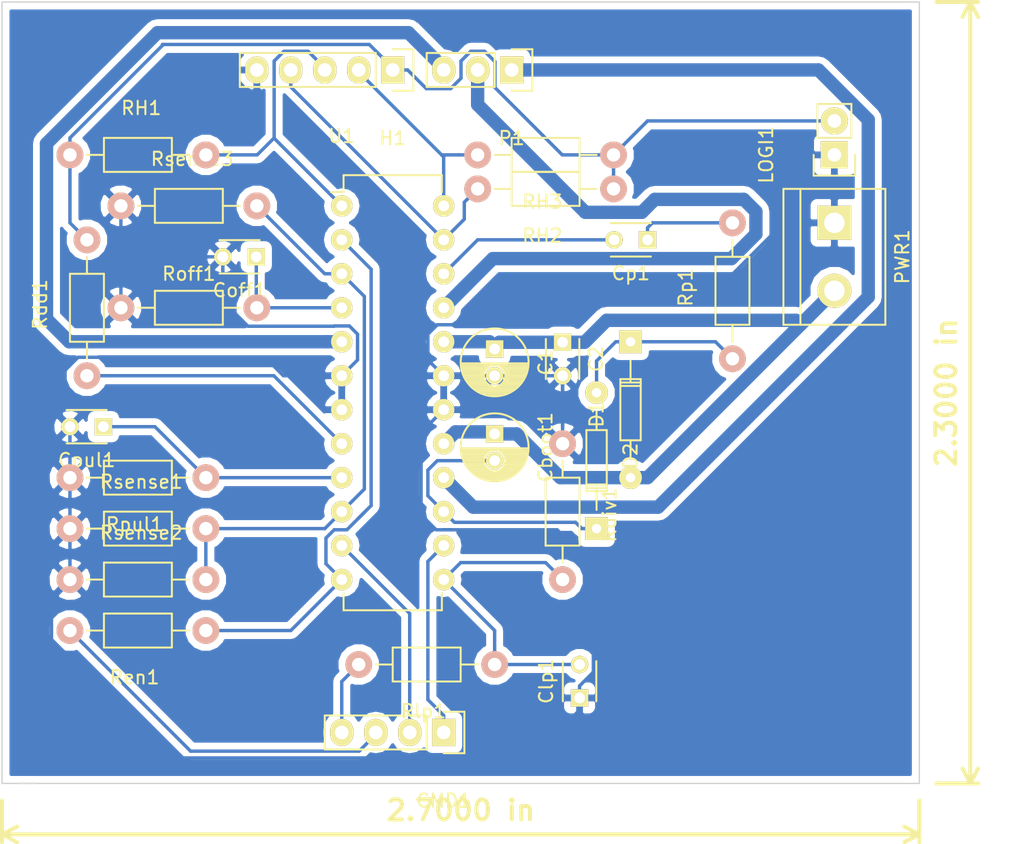
<source format=kicad_pcb>
(kicad_pcb (version 4) (host pcbnew 4.0.2-stable)

  (general
    (links 61)
    (no_connects 0)
    (area 124.409999 87.579999 204.85 152.560001)
    (thickness 1.6)
    (drawings 7)
    (tracks 216)
    (zones 0)
    (modules 28)
    (nets 24)
  )

  (page A4)
  (title_block
    (title "Brushless controller")
    (company Robotik)
  )

  (layers
    (0 F.Cu signal)
    (31 B.Cu signal)
    (32 B.Adhes user)
    (33 F.Adhes user)
    (34 B.Paste user)
    (35 F.Paste user)
    (36 B.SilkS user)
    (37 F.SilkS user)
    (38 B.Mask user)
    (39 F.Mask user)
    (40 Dwgs.User user)
    (41 Cmts.User user)
    (42 Eco1.User user)
    (43 Eco2.User user)
    (44 Edge.Cuts user)
  )

  (setup
    (last_trace_width 0.254)
    (trace_clearance 0.254)
    (zone_clearance 0.508)
    (zone_45_only yes)
    (trace_min 0.254)
    (segment_width 0.2)
    (edge_width 0.1)
    (via_size 0.889)
    (via_drill 0.635)
    (via_min_size 0.889)
    (via_min_drill 0.508)
    (uvia_size 0.508)
    (uvia_drill 0.127)
    (uvias_allowed no)
    (uvia_min_size 0.508)
    (uvia_min_drill 0.127)
    (pcb_text_width 0.3)
    (pcb_text_size 1.5 1.5)
    (mod_edge_width 0.15)
    (mod_text_size 1 1)
    (mod_text_width 0.15)
    (pad_size 1.6 1.6)
    (pad_drill 0.762)
    (pad_to_mask_clearance 0)
    (aux_axis_origin 0 0)
    (visible_elements FFFFEFBF)
    (pcbplotparams
      (layerselection 0x00030_80000001)
      (usegerberextensions false)
      (excludeedgelayer true)
      (linewidth 0.150000)
      (plotframeref false)
      (viasonmask false)
      (mode 1)
      (useauxorigin false)
      (hpglpennumber 1)
      (hpglpenspeed 20)
      (hpglpendiameter 15)
      (hpglpenoverlay 2)
      (psnegative false)
      (psa4output false)
      (plotreference true)
      (plotvalue true)
      (plotinvisibletext false)
      (padsonsilk false)
      (subtractmaskfromsilk false)
      (outputformat 4)
      (mirror false)
      (drillshape 0)
      (scaleselection 1)
      (outputdirectory ""))
  )

  (net 0 "")
  (net 1 VSS)
  (net 2 GND)
  (net 3 "Net-(Cboot1-Pad2)")
  (net 4 "Net-(Clp1-Pad2)")
  (net 5 /BRAKE)
  (net 6 /FWD/REV)
  (net 7 /ENABLE)
  (net 8 /VREF)
  (net 9 "Net-(Coff1-Pad1)")
  (net 10 "Net-(Cp1-Pad1)")
  (net 11 "Net-(Cp1-Pad2)")
  (net 12 "Net-(Cpul1-Pad1)")
  (net 13 "Net-(D1-Pad1)")
  (net 14 +5V)
  (net 15 /HALL3)
  (net 16 /HALL1)
  (net 17 /HALL2)
  (net 18 /PHASE3)
  (net 19 /PHASE2)
  (net 20 /PHASE1)
  (net 21 "Net-(Rdd1-Pad1)")
  (net 22 "Net-(Ren1-Pad1)")
  (net 23 "Net-(Rsense1-Pad2)")

  (net_class Default "This is the default net class."
    (clearance 0.254)
    (trace_width 0.254)
    (via_dia 0.889)
    (via_drill 0.635)
    (uvia_dia 0.508)
    (uvia_drill 0.127)
    (add_net +5V)
    (add_net /BRAKE)
    (add_net /ENABLE)
    (add_net /FWD/REV)
    (add_net /HALL1)
    (add_net /HALL2)
    (add_net /HALL3)
    (add_net /VREF)
    (add_net GND)
    (add_net "Net-(Cboot1-Pad2)")
    (add_net "Net-(Clp1-Pad2)")
    (add_net "Net-(Coff1-Pad1)")
    (add_net "Net-(Cp1-Pad1)")
    (add_net "Net-(Cp1-Pad2)")
    (add_net "Net-(Cpul1-Pad1)")
    (add_net "Net-(D1-Pad1)")
    (add_net "Net-(Rdd1-Pad1)")
    (add_net "Net-(Ren1-Pad1)")
    (add_net "Net-(Rsense1-Pad2)")
  )

  (net_class power ""
    (clearance 0.254)
    (trace_width 1)
    (via_dia 0.889)
    (via_drill 0.635)
    (uvia_dia 0.508)
    (uvia_drill 0.127)
    (add_net /PHASE1)
    (add_net /PHASE2)
    (add_net /PHASE3)
    (add_net VSS)
  )

  (module Resistors_ThroughHole:Resistor_Horizontal_RM10mm (layer F.Cu) (tedit 56648415) (tstamp 578A8C84)
    (at 170.18 101.6 180)
    (descr "Resistor, Axial,  RM 10mm, 1/3W")
    (tags "Resistor Axial RM 10mm 1/3W")
    (path /57387A1E)
    (fp_text reference RH2 (at 5.32892 -3.50012 180) (layer F.SilkS)
      (effects (font (size 1 1) (thickness 0.15)))
    )
    (fp_text value 10K (at 5.08 3.81 180) (layer F.Fab)
      (effects (font (size 1 1) (thickness 0.15)))
    )
    (fp_line (start -1.25 -1.5) (end 11.4 -1.5) (layer F.CrtYd) (width 0.05))
    (fp_line (start -1.25 1.5) (end -1.25 -1.5) (layer F.CrtYd) (width 0.05))
    (fp_line (start 11.4 -1.5) (end 11.4 1.5) (layer F.CrtYd) (width 0.05))
    (fp_line (start -1.25 1.5) (end 11.4 1.5) (layer F.CrtYd) (width 0.05))
    (fp_line (start 2.54 -1.27) (end 7.62 -1.27) (layer F.SilkS) (width 0.15))
    (fp_line (start 7.62 -1.27) (end 7.62 1.27) (layer F.SilkS) (width 0.15))
    (fp_line (start 7.62 1.27) (end 2.54 1.27) (layer F.SilkS) (width 0.15))
    (fp_line (start 2.54 1.27) (end 2.54 -1.27) (layer F.SilkS) (width 0.15))
    (fp_line (start 2.54 0) (end 1.27 0) (layer F.SilkS) (width 0.15))
    (fp_line (start 7.62 0) (end 8.89 0) (layer F.SilkS) (width 0.15))
    (pad 1 thru_hole circle (at 0 0 180) (size 1.99898 1.99898) (drill 1.00076) (layers *.Cu *.SilkS *.Mask)
      (net 14 +5V))
    (pad 2 thru_hole circle (at 10.16 0 180) (size 1.99898 1.99898) (drill 1.00076) (layers *.Cu *.SilkS *.Mask)
      (net 17 /HALL2))
    (model Resistors_ThroughHole.3dshapes/Resistor_Horizontal_RM10mm.wrl
      (at (xyz 0.21 0 0))
      (scale (xyz 0.4 0.4 0.4))
      (rotate (xyz 0 0 0))
    )
  )

  (module Resistors_ThroughHole:Resistor_Horizontal_RM10mm (layer F.Cu) (tedit 56648415) (tstamp 578D3582)
    (at 179.07 114.3 90)
    (descr "Resistor, Axial,  RM 10mm, 1/3W")
    (tags "Resistor Axial RM 10mm 1/3W")
    (path /57385F51)
    (fp_text reference Rp1 (at 5.32892 -3.50012 90) (layer F.SilkS)
      (effects (font (size 1 1) (thickness 0.15)))
    )
    (fp_text value 100 (at 5.08 3.81 90) (layer F.Fab)
      (effects (font (size 1 1) (thickness 0.15)))
    )
    (fp_line (start -1.25 -1.5) (end 11.4 -1.5) (layer F.CrtYd) (width 0.05))
    (fp_line (start -1.25 1.5) (end -1.25 -1.5) (layer F.CrtYd) (width 0.05))
    (fp_line (start 11.4 -1.5) (end 11.4 1.5) (layer F.CrtYd) (width 0.05))
    (fp_line (start -1.25 1.5) (end 11.4 1.5) (layer F.CrtYd) (width 0.05))
    (fp_line (start 2.54 -1.27) (end 7.62 -1.27) (layer F.SilkS) (width 0.15))
    (fp_line (start 7.62 -1.27) (end 7.62 1.27) (layer F.SilkS) (width 0.15))
    (fp_line (start 7.62 1.27) (end 2.54 1.27) (layer F.SilkS) (width 0.15))
    (fp_line (start 2.54 1.27) (end 2.54 -1.27) (layer F.SilkS) (width 0.15))
    (fp_line (start 2.54 0) (end 1.27 0) (layer F.SilkS) (width 0.15))
    (fp_line (start 7.62 0) (end 8.89 0) (layer F.SilkS) (width 0.15))
    (pad 1 thru_hole circle (at 0 0 90) (size 1.99898 1.99898) (drill 1.00076) (layers *.Cu *.SilkS *.Mask)
      (net 13 "Net-(D1-Pad1)"))
    (pad 2 thru_hole circle (at 10.16 0 90) (size 1.99898 1.99898) (drill 1.00076) (layers *.Cu *.SilkS *.Mask)
      (net 10 "Net-(Cp1-Pad1)"))
    (model Resistors_ThroughHole.3dshapes/Resistor_Horizontal_RM10mm.wrl
      (at (xyz 0.21 0 0))
      (scale (xyz 0.4 0.4 0.4))
      (rotate (xyz 0 0 0))
    )
  )

  (module Housings_DIP:DIP-24_W7.62mm (layer F.Cu) (tedit 54130A77) (tstamp 578A8D2B)
    (at 149.86 102.87)
    (descr "24-lead dip package, row spacing 7.62 mm (300 mils)")
    (tags "dil dip 2.54 300")
    (path /57385F27)
    (fp_text reference U1 (at 0 -5.22) (layer F.SilkS)
      (effects (font (size 1 1) (thickness 0.15)))
    )
    (fp_text value L6235N (at 0 -3.72) (layer F.Fab)
      (effects (font (size 1 1) (thickness 0.15)))
    )
    (fp_line (start -1.05 -2.45) (end -1.05 30.4) (layer F.CrtYd) (width 0.05))
    (fp_line (start 8.65 -2.45) (end 8.65 30.4) (layer F.CrtYd) (width 0.05))
    (fp_line (start -1.05 -2.45) (end 8.65 -2.45) (layer F.CrtYd) (width 0.05))
    (fp_line (start -1.05 30.4) (end 8.65 30.4) (layer F.CrtYd) (width 0.05))
    (fp_line (start 0.135 -2.295) (end 0.135 -1.025) (layer F.SilkS) (width 0.15))
    (fp_line (start 7.485 -2.295) (end 7.485 -1.025) (layer F.SilkS) (width 0.15))
    (fp_line (start 7.485 30.235) (end 7.485 28.965) (layer F.SilkS) (width 0.15))
    (fp_line (start 0.135 30.235) (end 0.135 28.965) (layer F.SilkS) (width 0.15))
    (fp_line (start 0.135 -2.295) (end 7.485 -2.295) (layer F.SilkS) (width 0.15))
    (fp_line (start 0.135 30.235) (end 7.485 30.235) (layer F.SilkS) (width 0.15))
    (fp_line (start 0.135 -1.025) (end -0.8 -1.025) (layer F.SilkS) (width 0.15))
    (pad 1 thru_hole oval (at 0 0) (size 1.6 1.6) (drill 0.8) (layers *.Cu *.Mask F.SilkS)
      (net 16 /HALL1))
    (pad 2 thru_hole oval (at 0 2.54) (size 1.6 1.6) (drill 0.8) (layers *.Cu *.Mask F.SilkS)
      (net 22 "Net-(Ren1-Pad1)"))
    (pad 3 thru_hole oval (at 0 5.08) (size 1.6 1.6) (drill 0.8) (layers *.Cu *.Mask F.SilkS)
      (net 23 "Net-(Rsense1-Pad2)"))
    (pad 4 thru_hole oval (at 0 7.62) (size 1.6 1.6) (drill 0.8) (layers *.Cu *.Mask F.SilkS)
      (net 9 "Net-(Coff1-Pad1)"))
    (pad 5 thru_hole oval (at 0 10.16) (size 1.6 1.6) (drill 0.8) (layers *.Cu *.Mask F.SilkS)
      (net 20 /PHASE1))
    (pad 6 thru_hole oval (at 0 12.7) (size 1.6 1.6) (drill 0.8) (layers *.Cu *.Mask F.SilkS)
      (net 2 GND))
    (pad 7 thru_hole oval (at 0 15.24) (size 1.6 1.6) (drill 0.8) (layers *.Cu *.Mask F.SilkS)
      (net 2 GND))
    (pad 8 thru_hole oval (at 0 17.78) (size 1.6 1.6) (drill 0.8) (layers *.Cu *.Mask F.SilkS)
      (net 21 "Net-(Rdd1-Pad1)"))
    (pad 9 thru_hole oval (at 0 20.32) (size 1.6 1.6) (drill 0.8) (layers *.Cu *.Mask F.SilkS)
      (net 12 "Net-(Cpul1-Pad1)"))
    (pad 10 thru_hole oval (at 0 22.86) (size 1.6 1.6) (drill 0.8) (layers *.Cu *.Mask F.SilkS)
      (net 23 "Net-(Rsense1-Pad2)"))
    (pad 11 thru_hole oval (at 0 25.4) (size 1.6 1.6) (drill 0.8) (layers *.Cu *.Mask F.SilkS)
      (net 6 /FWD/REV))
    (pad 12 thru_hole oval (at 0 27.94) (size 1.6 1.6) (drill 0.8) (layers *.Cu *.Mask F.SilkS)
      (net 22 "Net-(Ren1-Pad1)"))
    (pad 13 thru_hole oval (at 7.62 27.94) (size 1.6 1.6) (drill 0.8) (layers *.Cu *.Mask F.SilkS)
      (net 4 "Net-(Clp1-Pad2)"))
    (pad 14 thru_hole oval (at 7.62 25.4) (size 1.6 1.6) (drill 0.8) (layers *.Cu *.Mask F.SilkS)
      (net 5 /BRAKE))
    (pad 15 thru_hole oval (at 7.62 22.86) (size 1.6 1.6) (drill 0.8) (layers *.Cu *.Mask F.SilkS)
      (net 3 "Net-(Cboot1-Pad2)"))
    (pad 16 thru_hole oval (at 7.62 20.32) (size 1.6 1.6) (drill 0.8) (layers *.Cu *.Mask F.SilkS)
      (net 18 /PHASE3))
    (pad 17 thru_hole oval (at 7.62 17.78) (size 1.6 1.6) (drill 0.8) (layers *.Cu *.Mask F.SilkS)
      (net 1 VSS))
    (pad 18 thru_hole oval (at 7.62 15.24) (size 1.6 1.6) (drill 0.8) (layers *.Cu *.Mask F.SilkS)
      (net 2 GND))
    (pad 19 thru_hole oval (at 7.62 12.7) (size 1.6 1.6) (drill 0.8) (layers *.Cu *.Mask F.SilkS)
      (net 2 GND))
    (pad 20 thru_hole oval (at 7.62 10.16) (size 1.6 1.6) (drill 0.8) (layers *.Cu *.Mask F.SilkS)
      (net 1 VSS))
    (pad 21 thru_hole oval (at 7.62 7.62) (size 1.6 1.6) (drill 0.8) (layers *.Cu *.Mask F.SilkS)
      (net 19 /PHASE2))
    (pad 22 thru_hole oval (at 7.62 5.08) (size 1.6 1.6) (drill 0.8) (layers *.Cu *.Mask F.SilkS)
      (net 11 "Net-(Cp1-Pad2)"))
    (pad 23 thru_hole oval (at 7.62 2.54) (size 1.6 1.6) (drill 0.8) (layers *.Cu *.Mask F.SilkS)
      (net 17 /HALL2))
    (pad 24 thru_hole oval (at 7.62 0) (size 1.6 1.6) (drill 0.8) (layers *.Cu *.Mask F.SilkS)
      (net 15 /HALL3))
    (model Housings_DIP.3dshapes/DIP-24_W7.62mm.wrl
      (at (xyz 0 0 0))
      (scale (xyz 1 1 1))
      (rotate (xyz 0 0 0))
    )
  )

  (module Capacitors_ThroughHole:C_Radial_D5_L11_P2 (layer F.Cu) (tedit 0) (tstamp 578A8B91)
    (at 161.29 119.92 270)
    (descr "Radial Electrolytic Capacitor 5mm x Length 11mm, Pitch 2mm")
    (tags "Electrolytic Capacitor")
    (path /573872AE)
    (fp_text reference Cboot1 (at 1 -3.8 270) (layer F.SilkS)
      (effects (font (size 1 1) (thickness 0.15)))
    )
    (fp_text value 220n (at 1 3.8 270) (layer F.Fab)
      (effects (font (size 1 1) (thickness 0.15)))
    )
    (fp_line (start 1.075 -2.499) (end 1.075 2.499) (layer F.SilkS) (width 0.15))
    (fp_line (start 1.215 -2.491) (end 1.215 -0.154) (layer F.SilkS) (width 0.15))
    (fp_line (start 1.215 0.154) (end 1.215 2.491) (layer F.SilkS) (width 0.15))
    (fp_line (start 1.355 -2.475) (end 1.355 -0.473) (layer F.SilkS) (width 0.15))
    (fp_line (start 1.355 0.473) (end 1.355 2.475) (layer F.SilkS) (width 0.15))
    (fp_line (start 1.495 -2.451) (end 1.495 -0.62) (layer F.SilkS) (width 0.15))
    (fp_line (start 1.495 0.62) (end 1.495 2.451) (layer F.SilkS) (width 0.15))
    (fp_line (start 1.635 -2.418) (end 1.635 -0.712) (layer F.SilkS) (width 0.15))
    (fp_line (start 1.635 0.712) (end 1.635 2.418) (layer F.SilkS) (width 0.15))
    (fp_line (start 1.775 -2.377) (end 1.775 -0.768) (layer F.SilkS) (width 0.15))
    (fp_line (start 1.775 0.768) (end 1.775 2.377) (layer F.SilkS) (width 0.15))
    (fp_line (start 1.915 -2.327) (end 1.915 -0.795) (layer F.SilkS) (width 0.15))
    (fp_line (start 1.915 0.795) (end 1.915 2.327) (layer F.SilkS) (width 0.15))
    (fp_line (start 2.055 -2.266) (end 2.055 -0.798) (layer F.SilkS) (width 0.15))
    (fp_line (start 2.055 0.798) (end 2.055 2.266) (layer F.SilkS) (width 0.15))
    (fp_line (start 2.195 -2.196) (end 2.195 -0.776) (layer F.SilkS) (width 0.15))
    (fp_line (start 2.195 0.776) (end 2.195 2.196) (layer F.SilkS) (width 0.15))
    (fp_line (start 2.335 -2.114) (end 2.335 -0.726) (layer F.SilkS) (width 0.15))
    (fp_line (start 2.335 0.726) (end 2.335 2.114) (layer F.SilkS) (width 0.15))
    (fp_line (start 2.475 -2.019) (end 2.475 -0.644) (layer F.SilkS) (width 0.15))
    (fp_line (start 2.475 0.644) (end 2.475 2.019) (layer F.SilkS) (width 0.15))
    (fp_line (start 2.615 -1.908) (end 2.615 -0.512) (layer F.SilkS) (width 0.15))
    (fp_line (start 2.615 0.512) (end 2.615 1.908) (layer F.SilkS) (width 0.15))
    (fp_line (start 2.755 -1.78) (end 2.755 -0.265) (layer F.SilkS) (width 0.15))
    (fp_line (start 2.755 0.265) (end 2.755 1.78) (layer F.SilkS) (width 0.15))
    (fp_line (start 2.895 -1.631) (end 2.895 1.631) (layer F.SilkS) (width 0.15))
    (fp_line (start 3.035 -1.452) (end 3.035 1.452) (layer F.SilkS) (width 0.15))
    (fp_line (start 3.175 -1.233) (end 3.175 1.233) (layer F.SilkS) (width 0.15))
    (fp_line (start 3.315 -0.944) (end 3.315 0.944) (layer F.SilkS) (width 0.15))
    (fp_line (start 3.455 -0.472) (end 3.455 0.472) (layer F.SilkS) (width 0.15))
    (fp_circle (center 2 0) (end 2 -0.8) (layer F.SilkS) (width 0.15))
    (fp_circle (center 1 0) (end 1 -2.5375) (layer F.SilkS) (width 0.15))
    (fp_circle (center 1 0) (end 1 -2.8) (layer F.CrtYd) (width 0.05))
    (pad 1 thru_hole rect (at 0 0 270) (size 1.3 1.3) (drill 0.8) (layers *.Cu *.Mask F.SilkS)
      (net 1 VSS))
    (pad 2 thru_hole circle (at 2 0 270) (size 1.3 1.3) (drill 0.8) (layers *.Cu *.Mask F.SilkS)
      (net 3 "Net-(Cboot1-Pad2)"))
    (model Capacitors_ThroughHole.3dshapes/C_Radial_D5_L11_P2.wrl
      (at (xyz 0 0 0))
      (scale (xyz 1 1 1))
      (rotate (xyz 0 0 0))
    )
  )

  (module Diodes_ThroughHole:Diode_DO-35_SOD27_Horizontal_RM10 (layer F.Cu) (tedit 552FFC30) (tstamp 578A8BE3)
    (at 171.44746 113.02948 270)
    (descr "Diode, DO-35,  SOD27, Horizontal, RM 10mm")
    (tags "Diode, DO-35, SOD27, Horizontal, RM 10mm, 1N4148,")
    (path /573873C1)
    (fp_text reference D1 (at 5.43052 2.53746 270) (layer F.SilkS)
      (effects (font (size 1 1) (thickness 0.15)))
    )
    (fp_text value 1N4148 (at 4.41452 -3.55854 270) (layer F.Fab)
      (effects (font (size 1 1) (thickness 0.15)))
    )
    (fp_line (start 7.36652 -0.00254) (end 8.76352 -0.00254) (layer F.SilkS) (width 0.15))
    (fp_line (start 2.92152 -0.00254) (end 1.39752 -0.00254) (layer F.SilkS) (width 0.15))
    (fp_line (start 3.30252 -0.76454) (end 3.30252 0.75946) (layer F.SilkS) (width 0.15))
    (fp_line (start 3.04852 -0.76454) (end 3.04852 0.75946) (layer F.SilkS) (width 0.15))
    (fp_line (start 2.79452 -0.00254) (end 2.79452 0.75946) (layer F.SilkS) (width 0.15))
    (fp_line (start 2.79452 0.75946) (end 7.36652 0.75946) (layer F.SilkS) (width 0.15))
    (fp_line (start 7.36652 0.75946) (end 7.36652 -0.76454) (layer F.SilkS) (width 0.15))
    (fp_line (start 7.36652 -0.76454) (end 2.79452 -0.76454) (layer F.SilkS) (width 0.15))
    (fp_line (start 2.79452 -0.76454) (end 2.79452 -0.00254) (layer F.SilkS) (width 0.15))
    (pad 2 thru_hole circle (at 10.16052 -0.00254 90) (size 1.69926 1.69926) (drill 0.70104) (layers *.Cu *.Mask F.SilkS)
      (net 1 VSS))
    (pad 1 thru_hole rect (at 0.00052 -0.00254 90) (size 1.69926 1.69926) (drill 0.70104) (layers *.Cu *.Mask F.SilkS)
      (net 13 "Net-(D1-Pad1)"))
    (model Diodes_ThroughHole.3dshapes/Diode_DO-35_SOD27_Horizontal_RM10.wrl
      (at (xyz 0.2 0 0))
      (scale (xyz 0.4 0.4 0.4))
      (rotate (xyz 0 0 180))
    )
  )

  (module Resistors_ThroughHole:Resistor_Horizontal_RM10mm (layer F.Cu) (tedit 56648415) (tstamp 5786424B)
    (at 170.18 99.06 180)
    (descr "Resistor, Axial,  RM 10mm, 1/3W")
    (tags "Resistor Axial RM 10mm 1/3W")
    (path /57387A18)
    (fp_text reference RH3 (at 5.32892 -3.50012 180) (layer F.SilkS)
      (effects (font (size 1 1) (thickness 0.15)))
    )
    (fp_text value 10K (at 5.08 3.81 180) (layer F.Fab)
      (effects (font (size 1 1) (thickness 0.15)))
    )
    (fp_line (start -1.25 -1.5) (end 11.4 -1.5) (layer F.CrtYd) (width 0.05))
    (fp_line (start -1.25 1.5) (end -1.25 -1.5) (layer F.CrtYd) (width 0.05))
    (fp_line (start 11.4 -1.5) (end 11.4 1.5) (layer F.CrtYd) (width 0.05))
    (fp_line (start -1.25 1.5) (end 11.4 1.5) (layer F.CrtYd) (width 0.05))
    (fp_line (start 2.54 -1.27) (end 7.62 -1.27) (layer F.SilkS) (width 0.15))
    (fp_line (start 7.62 -1.27) (end 7.62 1.27) (layer F.SilkS) (width 0.15))
    (fp_line (start 7.62 1.27) (end 2.54 1.27) (layer F.SilkS) (width 0.15))
    (fp_line (start 2.54 1.27) (end 2.54 -1.27) (layer F.SilkS) (width 0.15))
    (fp_line (start 2.54 0) (end 1.27 0) (layer F.SilkS) (width 0.15))
    (fp_line (start 7.62 0) (end 8.89 0) (layer F.SilkS) (width 0.15))
    (pad 1 thru_hole circle (at 0 0 180) (size 1.99898 1.99898) (drill 1.00076) (layers *.Cu *.SilkS *.Mask)
      (net 14 +5V))
    (pad 2 thru_hole circle (at 10.16 0 180) (size 1.99898 1.99898) (drill 1.00076) (layers *.Cu *.SilkS *.Mask)
      (net 15 /HALL3))
    (model Resistors_ThroughHole.3dshapes/Resistor_Horizontal_RM10mm.wrl
      (at (xyz 0.21 0 0))
      (scale (xyz 0.4 0.4 0.4))
      (rotate (xyz 0 0 0))
    )
  )

  (module Socket_Strips:Socket_Strip_Straight_1x03 (layer F.Cu) (tedit 54E9F429) (tstamp 578A8C29)
    (at 162.56 92.71 180)
    (descr "Through hole socket strip")
    (tags "socket strip")
    (path /577EE5B4)
    (fp_text reference P1 (at 0 -5.1 180) (layer F.SilkS)
      (effects (font (size 1 1) (thickness 0.15)))
    )
    (fp_text value CONN_01X03 (at 0 -3.1 180) (layer F.Fab)
      (effects (font (size 1 1) (thickness 0.15)))
    )
    (fp_line (start 0 -1.55) (end -1.55 -1.55) (layer F.SilkS) (width 0.15))
    (fp_line (start -1.55 -1.55) (end -1.55 1.55) (layer F.SilkS) (width 0.15))
    (fp_line (start -1.55 1.55) (end 0 1.55) (layer F.SilkS) (width 0.15))
    (fp_line (start -1.75 -1.75) (end -1.75 1.75) (layer F.CrtYd) (width 0.05))
    (fp_line (start 6.85 -1.75) (end 6.85 1.75) (layer F.CrtYd) (width 0.05))
    (fp_line (start -1.75 -1.75) (end 6.85 -1.75) (layer F.CrtYd) (width 0.05))
    (fp_line (start -1.75 1.75) (end 6.85 1.75) (layer F.CrtYd) (width 0.05))
    (fp_line (start 1.27 -1.27) (end 6.35 -1.27) (layer F.SilkS) (width 0.15))
    (fp_line (start 6.35 -1.27) (end 6.35 1.27) (layer F.SilkS) (width 0.15))
    (fp_line (start 6.35 1.27) (end 1.27 1.27) (layer F.SilkS) (width 0.15))
    (fp_line (start 1.27 1.27) (end 1.27 -1.27) (layer F.SilkS) (width 0.15))
    (pad 1 thru_hole rect (at 0 0 180) (size 1.7272 2.032) (drill 1.016) (layers *.Cu *.Mask F.SilkS)
      (net 18 /PHASE3))
    (pad 2 thru_hole oval (at 2.54 0 180) (size 1.7272 2.032) (drill 1.016) (layers *.Cu *.Mask F.SilkS)
      (net 19 /PHASE2))
    (pad 3 thru_hole oval (at 5.08 0 180) (size 1.7272 2.032) (drill 1.016) (layers *.Cu *.Mask F.SilkS)
      (net 20 /PHASE1))
    (model Socket_Strips.3dshapes/Socket_Strip_Straight_1x03.wrl
      (at (xyz 0.1 0 0))
      (scale (xyz 1 1 1))
      (rotate (xyz 0 0 180))
    )
  )

  (module Resistors_ThroughHole:Resistor_Horizontal_RM10mm (layer F.Cu) (tedit 56648415) (tstamp 578A8C44)
    (at 130.81 115.57 90)
    (descr "Resistor, Axial,  RM 10mm, 1/3W")
    (tags "Resistor Axial RM 10mm 1/3W")
    (path /5738C919)
    (fp_text reference Rdd1 (at 5.32892 -3.50012 90) (layer F.SilkS)
      (effects (font (size 1 1) (thickness 0.15)))
    )
    (fp_text value 1k (at 5.08 3.81 90) (layer F.Fab)
      (effects (font (size 1 1) (thickness 0.15)))
    )
    (fp_line (start -1.25 -1.5) (end 11.4 -1.5) (layer F.CrtYd) (width 0.05))
    (fp_line (start -1.25 1.5) (end -1.25 -1.5) (layer F.CrtYd) (width 0.05))
    (fp_line (start 11.4 -1.5) (end 11.4 1.5) (layer F.CrtYd) (width 0.05))
    (fp_line (start -1.25 1.5) (end 11.4 1.5) (layer F.CrtYd) (width 0.05))
    (fp_line (start 2.54 -1.27) (end 7.62 -1.27) (layer F.SilkS) (width 0.15))
    (fp_line (start 7.62 -1.27) (end 7.62 1.27) (layer F.SilkS) (width 0.15))
    (fp_line (start 7.62 1.27) (end 2.54 1.27) (layer F.SilkS) (width 0.15))
    (fp_line (start 2.54 1.27) (end 2.54 -1.27) (layer F.SilkS) (width 0.15))
    (fp_line (start 2.54 0) (end 1.27 0) (layer F.SilkS) (width 0.15))
    (fp_line (start 7.62 0) (end 8.89 0) (layer F.SilkS) (width 0.15))
    (pad 1 thru_hole circle (at 0 0 90) (size 1.99898 1.99898) (drill 1.00076) (layers *.Cu *.SilkS *.Mask)
      (net 21 "Net-(Rdd1-Pad1)"))
    (pad 2 thru_hole circle (at 10.16 0 90) (size 1.99898 1.99898) (drill 1.00076) (layers *.Cu *.SilkS *.Mask)
      (net 14 +5V))
    (model Resistors_ThroughHole.3dshapes/Resistor_Horizontal_RM10mm.wrl
      (at (xyz 0.21 0 0))
      (scale (xyz 0.4 0.4 0.4))
      (rotate (xyz 0 0 0))
    )
  )

  (module Capacitors_ThroughHole:C_Disc_D3_P2.5 (layer F.Cu) (tedit 0) (tstamp 5786423B)
    (at 166.37 113.07 270)
    (descr "Capacitor 3mm Disc, Pitch 2.5mm")
    (tags Capacitor)
    (path /573872B4)
    (fp_text reference C2 (at 1.25 -2.5 270) (layer F.SilkS)
      (effects (font (size 1 1) (thickness 0.15)))
    )
    (fp_text value 100n (at 1.25 2.5 270) (layer F.Fab)
      (effects (font (size 1 1) (thickness 0.15)))
    )
    (fp_line (start -0.9 -1.5) (end 3.4 -1.5) (layer F.CrtYd) (width 0.05))
    (fp_line (start 3.4 -1.5) (end 3.4 1.5) (layer F.CrtYd) (width 0.05))
    (fp_line (start 3.4 1.5) (end -0.9 1.5) (layer F.CrtYd) (width 0.05))
    (fp_line (start -0.9 1.5) (end -0.9 -1.5) (layer F.CrtYd) (width 0.05))
    (fp_line (start -0.25 -1.25) (end 2.75 -1.25) (layer F.SilkS) (width 0.15))
    (fp_line (start 2.75 1.25) (end -0.25 1.25) (layer F.SilkS) (width 0.15))
    (pad 1 thru_hole rect (at 0 0 270) (size 1.3 1.3) (drill 0.8) (layers *.Cu *.Mask F.SilkS)
      (net 1 VSS))
    (pad 2 thru_hole circle (at 2.5 0 270) (size 1.3 1.3) (drill 0.8001) (layers *.Cu *.Mask F.SilkS)
      (net 2 GND))
    (model Capacitors_ThroughHole.3dshapes/C_Disc_D3_P2.5.wrl
      (at (xyz 0.0492126 0 0))
      (scale (xyz 1 1 1))
      (rotate (xyz 0 0 0))
    )
  )

  (module Capacitors_ThroughHole:C_Disc_D3_P2.5 (layer F.Cu) (tedit 0) (tstamp 578A8BC8)
    (at 172.72 105.41 180)
    (descr "Capacitor 3mm Disc, Pitch 2.5mm")
    (tags Capacitor)
    (path /573872A1)
    (fp_text reference Cp1 (at 1.25 -2.5 180) (layer F.SilkS)
      (effects (font (size 1 1) (thickness 0.15)))
    )
    (fp_text value 10n (at 1.25 2.5 180) (layer F.Fab)
      (effects (font (size 1 1) (thickness 0.15)))
    )
    (fp_line (start -0.9 -1.5) (end 3.4 -1.5) (layer F.CrtYd) (width 0.05))
    (fp_line (start 3.4 -1.5) (end 3.4 1.5) (layer F.CrtYd) (width 0.05))
    (fp_line (start 3.4 1.5) (end -0.9 1.5) (layer F.CrtYd) (width 0.05))
    (fp_line (start -0.9 1.5) (end -0.9 -1.5) (layer F.CrtYd) (width 0.05))
    (fp_line (start -0.25 -1.25) (end 2.75 -1.25) (layer F.SilkS) (width 0.15))
    (fp_line (start 2.75 1.25) (end -0.25 1.25) (layer F.SilkS) (width 0.15))
    (pad 1 thru_hole rect (at 0 0 180) (size 1.3 1.3) (drill 0.8) (layers *.Cu *.Mask F.SilkS)
      (net 10 "Net-(Cp1-Pad1)"))
    (pad 2 thru_hole circle (at 2.5 0 180) (size 1.3 1.3) (drill 0.8001) (layers *.Cu *.Mask F.SilkS)
      (net 11 "Net-(Cp1-Pad2)"))
    (model Capacitors_ThroughHole.3dshapes/C_Disc_D3_P2.5.wrl
      (at (xyz 0.0492126 0 0))
      (scale (xyz 1 1 1))
      (rotate (xyz 0 0 0))
    )
  )

  (module Socket_Strips:Socket_Strip_Straight_1x05 (layer F.Cu) (tedit 0) (tstamp 578A8C06)
    (at 153.67 92.71 180)
    (descr "Through hole socket strip")
    (tags "socket strip")
    (path /577EE531)
    (fp_text reference H1 (at 0 -5.1 180) (layer F.SilkS)
      (effects (font (size 1 1) (thickness 0.15)))
    )
    (fp_text value CONN_01X05 (at 0 -3.1 180) (layer F.Fab)
      (effects (font (size 1 1) (thickness 0.15)))
    )
    (fp_line (start -1.75 -1.75) (end -1.75 1.75) (layer F.CrtYd) (width 0.05))
    (fp_line (start 11.95 -1.75) (end 11.95 1.75) (layer F.CrtYd) (width 0.05))
    (fp_line (start -1.75 -1.75) (end 11.95 -1.75) (layer F.CrtYd) (width 0.05))
    (fp_line (start -1.75 1.75) (end 11.95 1.75) (layer F.CrtYd) (width 0.05))
    (fp_line (start 1.27 1.27) (end 11.43 1.27) (layer F.SilkS) (width 0.15))
    (fp_line (start 11.43 1.27) (end 11.43 -1.27) (layer F.SilkS) (width 0.15))
    (fp_line (start 11.43 -1.27) (end 1.27 -1.27) (layer F.SilkS) (width 0.15))
    (fp_line (start -1.55 1.55) (end 0 1.55) (layer F.SilkS) (width 0.15))
    (fp_line (start 1.27 1.27) (end 1.27 -1.27) (layer F.SilkS) (width 0.15))
    (fp_line (start 0 -1.55) (end -1.55 -1.55) (layer F.SilkS) (width 0.15))
    (fp_line (start -1.55 -1.55) (end -1.55 1.55) (layer F.SilkS) (width 0.15))
    (pad 1 thru_hole rect (at 0 0 180) (size 1.7272 2.032) (drill 1.016) (layers *.Cu *.Mask F.SilkS)
      (net 14 +5V))
    (pad 2 thru_hole oval (at 2.54 0 180) (size 1.7272 2.032) (drill 1.016) (layers *.Cu *.Mask F.SilkS)
      (net 15 /HALL3))
    (pad 3 thru_hole oval (at 5.08 0 180) (size 1.7272 2.032) (drill 1.016) (layers *.Cu *.Mask F.SilkS)
      (net 16 /HALL1))
    (pad 4 thru_hole oval (at 7.62 0 180) (size 1.7272 2.032) (drill 1.016) (layers *.Cu *.Mask F.SilkS)
      (net 17 /HALL2))
    (pad 5 thru_hole oval (at 10.16 0 180) (size 1.7272 2.032) (drill 1.016) (layers *.Cu *.Mask F.SilkS)
      (net 2 GND))
    (model Socket_Strips.3dshapes/Socket_Strip_Straight_1x05.wrl
      (at (xyz 0.2 0 0))
      (scale (xyz 1 1 1))
      (rotate (xyz 0 0 180))
    )
  )

  (module Resistors_ThroughHole:Resistor_Horizontal_RM10mm (layer F.Cu) (tedit 56648415) (tstamp 578A8C74)
    (at 129.54 99.06)
    (descr "Resistor, Axial,  RM 10mm, 1/3W")
    (tags "Resistor Axial RM 10mm 1/3W")
    (path /57387A24)
    (fp_text reference RH1 (at 5.32892 -3.50012) (layer F.SilkS)
      (effects (font (size 1 1) (thickness 0.15)))
    )
    (fp_text value 10K (at 5.08 3.81) (layer F.Fab)
      (effects (font (size 1 1) (thickness 0.15)))
    )
    (fp_line (start -1.25 -1.5) (end 11.4 -1.5) (layer F.CrtYd) (width 0.05))
    (fp_line (start -1.25 1.5) (end -1.25 -1.5) (layer F.CrtYd) (width 0.05))
    (fp_line (start 11.4 -1.5) (end 11.4 1.5) (layer F.CrtYd) (width 0.05))
    (fp_line (start -1.25 1.5) (end 11.4 1.5) (layer F.CrtYd) (width 0.05))
    (fp_line (start 2.54 -1.27) (end 7.62 -1.27) (layer F.SilkS) (width 0.15))
    (fp_line (start 7.62 -1.27) (end 7.62 1.27) (layer F.SilkS) (width 0.15))
    (fp_line (start 7.62 1.27) (end 2.54 1.27) (layer F.SilkS) (width 0.15))
    (fp_line (start 2.54 1.27) (end 2.54 -1.27) (layer F.SilkS) (width 0.15))
    (fp_line (start 2.54 0) (end 1.27 0) (layer F.SilkS) (width 0.15))
    (fp_line (start 7.62 0) (end 8.89 0) (layer F.SilkS) (width 0.15))
    (pad 1 thru_hole circle (at 0 0) (size 1.99898 1.99898) (drill 1.00076) (layers *.Cu *.SilkS *.Mask)
      (net 14 +5V))
    (pad 2 thru_hole circle (at 10.16 0) (size 1.99898 1.99898) (drill 1.00076) (layers *.Cu *.SilkS *.Mask)
      (net 16 /HALL1))
    (model Resistors_ThroughHole.3dshapes/Resistor_Horizontal_RM10mm.wrl
      (at (xyz 0.21 0 0))
      (scale (xyz 0.4 0.4 0.4))
      (rotate (xyz 0 0 0))
    )
  )

  (module Capacitors_ThroughHole:C_Radial_D5_L11_P2 (layer F.Cu) (tedit 0) (tstamp 5786422F)
    (at 161.29 113.57 270)
    (descr "Radial Electrolytic Capacitor 5mm x Length 11mm, Pitch 2mm")
    (tags "Electrolytic Capacitor")
    (path /573872BA)
    (fp_text reference C1 (at 1 -3.8 270) (layer F.SilkS)
      (effects (font (size 1 1) (thickness 0.15)))
    )
    (fp_text value 10µ (at 1 3.8 270) (layer F.Fab)
      (effects (font (size 1 1) (thickness 0.15)))
    )
    (fp_line (start 1.075 -2.499) (end 1.075 2.499) (layer F.SilkS) (width 0.15))
    (fp_line (start 1.215 -2.491) (end 1.215 -0.154) (layer F.SilkS) (width 0.15))
    (fp_line (start 1.215 0.154) (end 1.215 2.491) (layer F.SilkS) (width 0.15))
    (fp_line (start 1.355 -2.475) (end 1.355 -0.473) (layer F.SilkS) (width 0.15))
    (fp_line (start 1.355 0.473) (end 1.355 2.475) (layer F.SilkS) (width 0.15))
    (fp_line (start 1.495 -2.451) (end 1.495 -0.62) (layer F.SilkS) (width 0.15))
    (fp_line (start 1.495 0.62) (end 1.495 2.451) (layer F.SilkS) (width 0.15))
    (fp_line (start 1.635 -2.418) (end 1.635 -0.712) (layer F.SilkS) (width 0.15))
    (fp_line (start 1.635 0.712) (end 1.635 2.418) (layer F.SilkS) (width 0.15))
    (fp_line (start 1.775 -2.377) (end 1.775 -0.768) (layer F.SilkS) (width 0.15))
    (fp_line (start 1.775 0.768) (end 1.775 2.377) (layer F.SilkS) (width 0.15))
    (fp_line (start 1.915 -2.327) (end 1.915 -0.795) (layer F.SilkS) (width 0.15))
    (fp_line (start 1.915 0.795) (end 1.915 2.327) (layer F.SilkS) (width 0.15))
    (fp_line (start 2.055 -2.266) (end 2.055 -0.798) (layer F.SilkS) (width 0.15))
    (fp_line (start 2.055 0.798) (end 2.055 2.266) (layer F.SilkS) (width 0.15))
    (fp_line (start 2.195 -2.196) (end 2.195 -0.776) (layer F.SilkS) (width 0.15))
    (fp_line (start 2.195 0.776) (end 2.195 2.196) (layer F.SilkS) (width 0.15))
    (fp_line (start 2.335 -2.114) (end 2.335 -0.726) (layer F.SilkS) (width 0.15))
    (fp_line (start 2.335 0.726) (end 2.335 2.114) (layer F.SilkS) (width 0.15))
    (fp_line (start 2.475 -2.019) (end 2.475 -0.644) (layer F.SilkS) (width 0.15))
    (fp_line (start 2.475 0.644) (end 2.475 2.019) (layer F.SilkS) (width 0.15))
    (fp_line (start 2.615 -1.908) (end 2.615 -0.512) (layer F.SilkS) (width 0.15))
    (fp_line (start 2.615 0.512) (end 2.615 1.908) (layer F.SilkS) (width 0.15))
    (fp_line (start 2.755 -1.78) (end 2.755 -0.265) (layer F.SilkS) (width 0.15))
    (fp_line (start 2.755 0.265) (end 2.755 1.78) (layer F.SilkS) (width 0.15))
    (fp_line (start 2.895 -1.631) (end 2.895 1.631) (layer F.SilkS) (width 0.15))
    (fp_line (start 3.035 -1.452) (end 3.035 1.452) (layer F.SilkS) (width 0.15))
    (fp_line (start 3.175 -1.233) (end 3.175 1.233) (layer F.SilkS) (width 0.15))
    (fp_line (start 3.315 -0.944) (end 3.315 0.944) (layer F.SilkS) (width 0.15))
    (fp_line (start 3.455 -0.472) (end 3.455 0.472) (layer F.SilkS) (width 0.15))
    (fp_circle (center 2 0) (end 2 -0.8) (layer F.SilkS) (width 0.15))
    (fp_circle (center 1 0) (end 1 -2.5375) (layer F.SilkS) (width 0.15))
    (fp_circle (center 1 0) (end 1 -2.8) (layer F.CrtYd) (width 0.05))
    (pad 1 thru_hole rect (at 0 0 270) (size 1.3 1.3) (drill 0.8) (layers *.Cu *.Mask F.SilkS)
      (net 1 VSS))
    (pad 2 thru_hole circle (at 2 0 270) (size 1.3 1.3) (drill 0.8) (layers *.Cu *.Mask F.SilkS)
      (net 2 GND))
    (model Capacitors_ThroughHole.3dshapes/C_Radial_D5_L11_P2.wrl
      (at (xyz 0 0 0))
      (scale (xyz 1 1 1))
      (rotate (xyz 0 0 0))
    )
  )

  (module Capacitors_ThroughHole:C_Disc_D3_P2.5 (layer F.Cu) (tedit 0) (tstamp 578A8B9D)
    (at 167.64 139.66 90)
    (descr "Capacitor 3mm Disc, Pitch 2.5mm")
    (tags Capacitor)
    (path /57389BFE)
    (fp_text reference Clp1 (at 1.25 -2.5 90) (layer F.SilkS)
      (effects (font (size 1 1) (thickness 0.15)))
    )
    (fp_text value 100n (at 1.25 2.5 90) (layer F.Fab)
      (effects (font (size 1 1) (thickness 0.15)))
    )
    (fp_line (start -0.9 -1.5) (end 3.4 -1.5) (layer F.CrtYd) (width 0.05))
    (fp_line (start 3.4 -1.5) (end 3.4 1.5) (layer F.CrtYd) (width 0.05))
    (fp_line (start 3.4 1.5) (end -0.9 1.5) (layer F.CrtYd) (width 0.05))
    (fp_line (start -0.9 1.5) (end -0.9 -1.5) (layer F.CrtYd) (width 0.05))
    (fp_line (start -0.25 -1.25) (end 2.75 -1.25) (layer F.SilkS) (width 0.15))
    (fp_line (start 2.75 1.25) (end -0.25 1.25) (layer F.SilkS) (width 0.15))
    (pad 1 thru_hole rect (at 0 0 90) (size 1.3 1.3) (drill 0.8) (layers *.Cu *.Mask F.SilkS)
      (net 2 GND))
    (pad 2 thru_hole circle (at 2.5 0 90) (size 1.3 1.3) (drill 0.8001) (layers *.Cu *.Mask F.SilkS)
      (net 4 "Net-(Clp1-Pad2)"))
    (model Capacitors_ThroughHole.3dshapes/C_Disc_D3_P2.5.wrl
      (at (xyz 0.0492126 0 0))
      (scale (xyz 1 1 1))
      (rotate (xyz 0 0 0))
    )
  )

  (module Socket_Strips:Socket_Strip_Straight_1x04 (layer F.Cu) (tedit 0) (tstamp 578A8BB0)
    (at 157.48 142.24 180)
    (descr "Through hole socket strip")
    (tags "socket strip")
    (path /577FFD63)
    (fp_text reference CMD1 (at 0 -5.1 180) (layer F.SilkS)
      (effects (font (size 1 1) (thickness 0.15)))
    )
    (fp_text value CONN_01X04 (at 0 -3.1 180) (layer F.Fab)
      (effects (font (size 1 1) (thickness 0.15)))
    )
    (fp_line (start -1.75 -1.75) (end -1.75 1.75) (layer F.CrtYd) (width 0.05))
    (fp_line (start 9.4 -1.75) (end 9.4 1.75) (layer F.CrtYd) (width 0.05))
    (fp_line (start -1.75 -1.75) (end 9.4 -1.75) (layer F.CrtYd) (width 0.05))
    (fp_line (start -1.75 1.75) (end 9.4 1.75) (layer F.CrtYd) (width 0.05))
    (fp_line (start 1.27 -1.27) (end 8.89 -1.27) (layer F.SilkS) (width 0.15))
    (fp_line (start 1.27 1.27) (end 8.89 1.27) (layer F.SilkS) (width 0.15))
    (fp_line (start -1.55 1.55) (end 0 1.55) (layer F.SilkS) (width 0.15))
    (fp_line (start 8.89 -1.27) (end 8.89 1.27) (layer F.SilkS) (width 0.15))
    (fp_line (start 1.27 1.27) (end 1.27 -1.27) (layer F.SilkS) (width 0.15))
    (fp_line (start 0 -1.55) (end -1.55 -1.55) (layer F.SilkS) (width 0.15))
    (fp_line (start -1.55 -1.55) (end -1.55 1.55) (layer F.SilkS) (width 0.15))
    (pad 1 thru_hole rect (at 0 0 180) (size 1.7272 2.032) (drill 1.016) (layers *.Cu *.Mask F.SilkS)
      (net 5 /BRAKE))
    (pad 2 thru_hole oval (at 2.54 0 180) (size 1.7272 2.032) (drill 1.016) (layers *.Cu *.Mask F.SilkS)
      (net 6 /FWD/REV))
    (pad 3 thru_hole oval (at 5.08 0 180) (size 1.7272 2.032) (drill 1.016) (layers *.Cu *.Mask F.SilkS)
      (net 7 /ENABLE))
    (pad 4 thru_hole oval (at 7.62 0 180) (size 1.7272 2.032) (drill 1.016) (layers *.Cu *.Mask F.SilkS)
      (net 8 /VREF))
    (model Socket_Strips.3dshapes/Socket_Strip_Straight_1x04.wrl
      (at (xyz 0.15 0 0))
      (scale (xyz 1 1 1))
      (rotate (xyz 0 0 180))
    )
  )

  (module Capacitors_ThroughHole:C_Disc_D3_P2.5 (layer F.Cu) (tedit 0) (tstamp 578A8BBC)
    (at 143.47 106.68 180)
    (descr "Capacitor 3mm Disc, Pitch 2.5mm")
    (tags Capacitor)
    (path /5738C91F)
    (fp_text reference Coff1 (at 1.25 -2.5 180) (layer F.SilkS)
      (effects (font (size 1 1) (thickness 0.15)))
    )
    (fp_text value 1n (at 1.25 2.5 180) (layer F.Fab)
      (effects (font (size 1 1) (thickness 0.15)))
    )
    (fp_line (start -0.9 -1.5) (end 3.4 -1.5) (layer F.CrtYd) (width 0.05))
    (fp_line (start 3.4 -1.5) (end 3.4 1.5) (layer F.CrtYd) (width 0.05))
    (fp_line (start 3.4 1.5) (end -0.9 1.5) (layer F.CrtYd) (width 0.05))
    (fp_line (start -0.9 1.5) (end -0.9 -1.5) (layer F.CrtYd) (width 0.05))
    (fp_line (start -0.25 -1.25) (end 2.75 -1.25) (layer F.SilkS) (width 0.15))
    (fp_line (start 2.75 1.25) (end -0.25 1.25) (layer F.SilkS) (width 0.15))
    (pad 1 thru_hole rect (at 0 0 180) (size 1.3 1.3) (drill 0.8) (layers *.Cu *.Mask F.SilkS)
      (net 9 "Net-(Coff1-Pad1)"))
    (pad 2 thru_hole circle (at 2.5 0 180) (size 1.3 1.3) (drill 0.8001) (layers *.Cu *.Mask F.SilkS)
      (net 2 GND))
    (model Capacitors_ThroughHole.3dshapes/C_Disc_D3_P2.5.wrl
      (at (xyz 0.0492126 0 0))
      (scale (xyz 1 1 1))
      (rotate (xyz 0 0 0))
    )
  )

  (module Capacitors_ThroughHole:C_Disc_D3_P2.5 (layer F.Cu) (tedit 0) (tstamp 578A8BD4)
    (at 132.04 119.38 180)
    (descr "Capacitor 3mm Disc, Pitch 2.5mm")
    (tags Capacitor)
    (path /5738DAE3)
    (fp_text reference Cpul1 (at 1.25 -2.5 180) (layer F.SilkS)
      (effects (font (size 1 1) (thickness 0.15)))
    )
    (fp_text value 10n (at 1.25 2.5 180) (layer F.Fab)
      (effects (font (size 1 1) (thickness 0.15)))
    )
    (fp_line (start -0.9 -1.5) (end 3.4 -1.5) (layer F.CrtYd) (width 0.05))
    (fp_line (start 3.4 -1.5) (end 3.4 1.5) (layer F.CrtYd) (width 0.05))
    (fp_line (start 3.4 1.5) (end -0.9 1.5) (layer F.CrtYd) (width 0.05))
    (fp_line (start -0.9 1.5) (end -0.9 -1.5) (layer F.CrtYd) (width 0.05))
    (fp_line (start -0.25 -1.25) (end 2.75 -1.25) (layer F.SilkS) (width 0.15))
    (fp_line (start 2.75 1.25) (end -0.25 1.25) (layer F.SilkS) (width 0.15))
    (pad 1 thru_hole rect (at 0 0 180) (size 1.3 1.3) (drill 0.8) (layers *.Cu *.Mask F.SilkS)
      (net 12 "Net-(Cpul1-Pad1)"))
    (pad 2 thru_hole circle (at 2.5 0 180) (size 1.3 1.3) (drill 0.8001) (layers *.Cu *.Mask F.SilkS)
      (net 2 GND))
    (model Capacitors_ThroughHole.3dshapes/C_Disc_D3_P2.5.wrl
      (at (xyz 0.0492126 0 0))
      (scale (xyz 1 1 1))
      (rotate (xyz 0 0 0))
    )
  )

  (module Diodes_ThroughHole:Diode_DO-35_SOD27_Horizontal_RM10 (layer F.Cu) (tedit 552FFC30) (tstamp 578A8BF2)
    (at 168.91254 127.00052 90)
    (descr "Diode, DO-35,  SOD27, Horizontal, RM 10mm")
    (tags "Diode, DO-35, SOD27, Horizontal, RM 10mm, 1N4148,")
    (path /573873CE)
    (fp_text reference D2 (at 5.43052 2.53746 90) (layer F.SilkS)
      (effects (font (size 1 1) (thickness 0.15)))
    )
    (fp_text value 1N4148 (at 4.41452 -3.55854 90) (layer F.Fab)
      (effects (font (size 1 1) (thickness 0.15)))
    )
    (fp_line (start 7.36652 -0.00254) (end 8.76352 -0.00254) (layer F.SilkS) (width 0.15))
    (fp_line (start 2.92152 -0.00254) (end 1.39752 -0.00254) (layer F.SilkS) (width 0.15))
    (fp_line (start 3.30252 -0.76454) (end 3.30252 0.75946) (layer F.SilkS) (width 0.15))
    (fp_line (start 3.04852 -0.76454) (end 3.04852 0.75946) (layer F.SilkS) (width 0.15))
    (fp_line (start 2.79452 -0.00254) (end 2.79452 0.75946) (layer F.SilkS) (width 0.15))
    (fp_line (start 2.79452 0.75946) (end 7.36652 0.75946) (layer F.SilkS) (width 0.15))
    (fp_line (start 7.36652 0.75946) (end 7.36652 -0.76454) (layer F.SilkS) (width 0.15))
    (fp_line (start 7.36652 -0.76454) (end 2.79452 -0.76454) (layer F.SilkS) (width 0.15))
    (fp_line (start 2.79452 -0.76454) (end 2.79452 -0.00254) (layer F.SilkS) (width 0.15))
    (pad 2 thru_hole circle (at 10.16052 -0.00254 270) (size 1.69926 1.69926) (drill 0.70104) (layers *.Cu *.Mask F.SilkS)
      (net 13 "Net-(D1-Pad1)"))
    (pad 1 thru_hole rect (at 0.00052 -0.00254 270) (size 1.69926 1.69926) (drill 0.70104) (layers *.Cu *.Mask F.SilkS)
      (net 3 "Net-(Cboot1-Pad2)"))
    (model Diodes_ThroughHole.3dshapes/Diode_DO-35_SOD27_Horizontal_RM10.wrl
      (at (xyz 0.2 0 0))
      (scale (xyz 0.4 0.4 0.4))
      (rotate (xyz 0 0 180))
    )
  )

  (module Socket_Strips:Socket_Strip_Straight_1x02 (layer F.Cu) (tedit 54E9F75E) (tstamp 578A8C17)
    (at 186.69 99.06 90)
    (descr "Through hole socket strip")
    (tags "socket strip")
    (path /577EF7E1)
    (fp_text reference LOGI1 (at 0 -5.1 90) (layer F.SilkS)
      (effects (font (size 1 1) (thickness 0.15)))
    )
    (fp_text value CONN_01X02 (at 0 -3.1 90) (layer F.Fab)
      (effects (font (size 1 1) (thickness 0.15)))
    )
    (fp_line (start -1.55 1.55) (end 0 1.55) (layer F.SilkS) (width 0.15))
    (fp_line (start 3.81 1.27) (end 1.27 1.27) (layer F.SilkS) (width 0.15))
    (fp_line (start -1.75 -1.75) (end -1.75 1.75) (layer F.CrtYd) (width 0.05))
    (fp_line (start 4.3 -1.75) (end 4.3 1.75) (layer F.CrtYd) (width 0.05))
    (fp_line (start -1.75 -1.75) (end 4.3 -1.75) (layer F.CrtYd) (width 0.05))
    (fp_line (start -1.75 1.75) (end 4.3 1.75) (layer F.CrtYd) (width 0.05))
    (fp_line (start 1.27 1.27) (end 1.27 -1.27) (layer F.SilkS) (width 0.15))
    (fp_line (start 0 -1.55) (end -1.55 -1.55) (layer F.SilkS) (width 0.15))
    (fp_line (start -1.55 -1.55) (end -1.55 1.55) (layer F.SilkS) (width 0.15))
    (fp_line (start 1.27 -1.27) (end 3.81 -1.27) (layer F.SilkS) (width 0.15))
    (fp_line (start 3.81 -1.27) (end 3.81 1.27) (layer F.SilkS) (width 0.15))
    (pad 1 thru_hole rect (at 0 0 90) (size 2.032 2.032) (drill 1.016) (layers *.Cu *.Mask F.SilkS)
      (net 2 GND))
    (pad 2 thru_hole oval (at 2.54 0 90) (size 2.032 2.032) (drill 1.016) (layers *.Cu *.Mask F.SilkS)
      (net 14 +5V))
    (model Socket_Strips.3dshapes/Socket_Strip_Straight_1x02.wrl
      (at (xyz 0.05 0 0))
      (scale (xyz 1 1 1))
      (rotate (xyz 0 0 180))
    )
  )

  (module Resistors_ThroughHole:Resistor_Horizontal_RM10mm (layer F.Cu) (tedit 56648415) (tstamp 578A8C54)
    (at 166.37 120.65 270)
    (descr "Resistor, Axial,  RM 10mm, 1/3W")
    (tags "Resistor Axial RM 10mm 1/3W")
    (path /57389D3E)
    (fp_text reference Rdiv1 (at 5.32892 -3.50012 270) (layer F.SilkS)
      (effects (font (size 1 1) (thickness 0.15)))
    )
    (fp_text value 15k (at 5.08 3.81 270) (layer F.Fab)
      (effects (font (size 1 1) (thickness 0.15)))
    )
    (fp_line (start -1.25 -1.5) (end 11.4 -1.5) (layer F.CrtYd) (width 0.05))
    (fp_line (start -1.25 1.5) (end -1.25 -1.5) (layer F.CrtYd) (width 0.05))
    (fp_line (start 11.4 -1.5) (end 11.4 1.5) (layer F.CrtYd) (width 0.05))
    (fp_line (start -1.25 1.5) (end 11.4 1.5) (layer F.CrtYd) (width 0.05))
    (fp_line (start 2.54 -1.27) (end 7.62 -1.27) (layer F.SilkS) (width 0.15))
    (fp_line (start 7.62 -1.27) (end 7.62 1.27) (layer F.SilkS) (width 0.15))
    (fp_line (start 7.62 1.27) (end 2.54 1.27) (layer F.SilkS) (width 0.15))
    (fp_line (start 2.54 1.27) (end 2.54 -1.27) (layer F.SilkS) (width 0.15))
    (fp_line (start 2.54 0) (end 1.27 0) (layer F.SilkS) (width 0.15))
    (fp_line (start 7.62 0) (end 8.89 0) (layer F.SilkS) (width 0.15))
    (pad 1 thru_hole circle (at 0 0 270) (size 1.99898 1.99898) (drill 1.00076) (layers *.Cu *.SilkS *.Mask)
      (net 2 GND))
    (pad 2 thru_hole circle (at 10.16 0 270) (size 1.99898 1.99898) (drill 1.00076) (layers *.Cu *.SilkS *.Mask)
      (net 4 "Net-(Clp1-Pad2)"))
    (model Resistors_ThroughHole.3dshapes/Resistor_Horizontal_RM10mm.wrl
      (at (xyz 0.21 0 0))
      (scale (xyz 0.4 0.4 0.4))
      (rotate (xyz 0 0 0))
    )
  )

  (module Resistors_ThroughHole:Resistor_Horizontal_RM10mm (layer F.Cu) (tedit 56648415) (tstamp 578A8C64)
    (at 139.7 134.62 180)
    (descr "Resistor, Axial,  RM 10mm, 1/3W")
    (tags "Resistor Axial RM 10mm 1/3W")
    (path /57389D44)
    (fp_text reference Ren1 (at 5.32892 -3.50012 180) (layer F.SilkS)
      (effects (font (size 1 1) (thickness 0.15)))
    )
    (fp_text value 100k (at 5.08 3.81 180) (layer F.Fab)
      (effects (font (size 1 1) (thickness 0.15)))
    )
    (fp_line (start -1.25 -1.5) (end 11.4 -1.5) (layer F.CrtYd) (width 0.05))
    (fp_line (start -1.25 1.5) (end -1.25 -1.5) (layer F.CrtYd) (width 0.05))
    (fp_line (start 11.4 -1.5) (end 11.4 1.5) (layer F.CrtYd) (width 0.05))
    (fp_line (start -1.25 1.5) (end 11.4 1.5) (layer F.CrtYd) (width 0.05))
    (fp_line (start 2.54 -1.27) (end 7.62 -1.27) (layer F.SilkS) (width 0.15))
    (fp_line (start 7.62 -1.27) (end 7.62 1.27) (layer F.SilkS) (width 0.15))
    (fp_line (start 7.62 1.27) (end 2.54 1.27) (layer F.SilkS) (width 0.15))
    (fp_line (start 2.54 1.27) (end 2.54 -1.27) (layer F.SilkS) (width 0.15))
    (fp_line (start 2.54 0) (end 1.27 0) (layer F.SilkS) (width 0.15))
    (fp_line (start 7.62 0) (end 8.89 0) (layer F.SilkS) (width 0.15))
    (pad 1 thru_hole circle (at 0 0 180) (size 1.99898 1.99898) (drill 1.00076) (layers *.Cu *.SilkS *.Mask)
      (net 22 "Net-(Ren1-Pad1)"))
    (pad 2 thru_hole circle (at 10.16 0 180) (size 1.99898 1.99898) (drill 1.00076) (layers *.Cu *.SilkS *.Mask)
      (net 7 /ENABLE))
    (model Resistors_ThroughHole.3dshapes/Resistor_Horizontal_RM10mm.wrl
      (at (xyz 0.21 0 0))
      (scale (xyz 0.4 0.4 0.4))
      (rotate (xyz 0 0 0))
    )
  )

  (module Resistors_ThroughHole:Resistor_Horizontal_RM10mm (layer F.Cu) (tedit 56648415) (tstamp 578A8CA4)
    (at 161.29 137.16 180)
    (descr "Resistor, Axial,  RM 10mm, 1/3W")
    (tags "Resistor Axial RM 10mm 1/3W")
    (path /5738C928)
    (fp_text reference Rlp1 (at 5.32892 -3.50012 180) (layer F.SilkS)
      (effects (font (size 1 1) (thickness 0.15)))
    )
    (fp_text value 56k (at 5.08 3.81 180) (layer F.Fab)
      (effects (font (size 1 1) (thickness 0.15)))
    )
    (fp_line (start -1.25 -1.5) (end 11.4 -1.5) (layer F.CrtYd) (width 0.05))
    (fp_line (start -1.25 1.5) (end -1.25 -1.5) (layer F.CrtYd) (width 0.05))
    (fp_line (start 11.4 -1.5) (end 11.4 1.5) (layer F.CrtYd) (width 0.05))
    (fp_line (start -1.25 1.5) (end 11.4 1.5) (layer F.CrtYd) (width 0.05))
    (fp_line (start 2.54 -1.27) (end 7.62 -1.27) (layer F.SilkS) (width 0.15))
    (fp_line (start 7.62 -1.27) (end 7.62 1.27) (layer F.SilkS) (width 0.15))
    (fp_line (start 7.62 1.27) (end 2.54 1.27) (layer F.SilkS) (width 0.15))
    (fp_line (start 2.54 1.27) (end 2.54 -1.27) (layer F.SilkS) (width 0.15))
    (fp_line (start 2.54 0) (end 1.27 0) (layer F.SilkS) (width 0.15))
    (fp_line (start 7.62 0) (end 8.89 0) (layer F.SilkS) (width 0.15))
    (pad 1 thru_hole circle (at 0 0 180) (size 1.99898 1.99898) (drill 1.00076) (layers *.Cu *.SilkS *.Mask)
      (net 4 "Net-(Clp1-Pad2)"))
    (pad 2 thru_hole circle (at 10.16 0 180) (size 1.99898 1.99898) (drill 1.00076) (layers *.Cu *.SilkS *.Mask)
      (net 8 /VREF))
    (model Resistors_ThroughHole.3dshapes/Resistor_Horizontal_RM10mm.wrl
      (at (xyz 0.21 0 0))
      (scale (xyz 0.4 0.4 0.4))
      (rotate (xyz 0 0 0))
    )
  )

  (module Resistors_ThroughHole:Resistor_Horizontal_RM10mm (layer F.Cu) (tedit 56648415) (tstamp 578A8CB4)
    (at 143.51 110.49 180)
    (descr "Resistor, Axial,  RM 10mm, 1/3W")
    (tags "Resistor Axial RM 10mm 1/3W")
    (path /5738D8A6)
    (fp_text reference Roff1 (at 5.08 2.54 180) (layer F.SilkS)
      (effects (font (size 1 1) (thickness 0.15)))
    )
    (fp_text value 33k (at 5.08 3.81 180) (layer F.Fab)
      (effects (font (size 1 1) (thickness 0.15)))
    )
    (fp_line (start -1.25 -1.5) (end 11.4 -1.5) (layer F.CrtYd) (width 0.05))
    (fp_line (start -1.25 1.5) (end -1.25 -1.5) (layer F.CrtYd) (width 0.05))
    (fp_line (start 11.4 -1.5) (end 11.4 1.5) (layer F.CrtYd) (width 0.05))
    (fp_line (start -1.25 1.5) (end 11.4 1.5) (layer F.CrtYd) (width 0.05))
    (fp_line (start 2.54 -1.27) (end 7.62 -1.27) (layer F.SilkS) (width 0.15))
    (fp_line (start 7.62 -1.27) (end 7.62 1.27) (layer F.SilkS) (width 0.15))
    (fp_line (start 7.62 1.27) (end 2.54 1.27) (layer F.SilkS) (width 0.15))
    (fp_line (start 2.54 1.27) (end 2.54 -1.27) (layer F.SilkS) (width 0.15))
    (fp_line (start 2.54 0) (end 1.27 0) (layer F.SilkS) (width 0.15))
    (fp_line (start 7.62 0) (end 8.89 0) (layer F.SilkS) (width 0.15))
    (pad 1 thru_hole circle (at 0 0 180) (size 1.99898 1.99898) (drill 1.00076) (layers *.Cu *.SilkS *.Mask)
      (net 9 "Net-(Coff1-Pad1)"))
    (pad 2 thru_hole circle (at 10.16 0 180) (size 1.99898 1.99898) (drill 1.00076) (layers *.Cu *.SilkS *.Mask)
      (net 2 GND))
    (model Resistors_ThroughHole.3dshapes/Resistor_Horizontal_RM10mm.wrl
      (at (xyz 0.21 0 0))
      (scale (xyz 0.4 0.4 0.4))
      (rotate (xyz 0 0 0))
    )
  )

  (module Resistors_ThroughHole:Resistor_Horizontal_RM10mm (layer F.Cu) (tedit 56648415) (tstamp 578A8CD4)
    (at 139.7 123.19 180)
    (descr "Resistor, Axial,  RM 10mm, 1/3W")
    (tags "Resistor Axial RM 10mm 1/3W")
    (path /5738DAE9)
    (fp_text reference Rpul1 (at 5.32892 -3.50012 180) (layer F.SilkS)
      (effects (font (size 1 1) (thickness 0.15)))
    )
    (fp_text value 47k (at 5.08 3.81 180) (layer F.Fab)
      (effects (font (size 1 1) (thickness 0.15)))
    )
    (fp_line (start -1.25 -1.5) (end 11.4 -1.5) (layer F.CrtYd) (width 0.05))
    (fp_line (start -1.25 1.5) (end -1.25 -1.5) (layer F.CrtYd) (width 0.05))
    (fp_line (start 11.4 -1.5) (end 11.4 1.5) (layer F.CrtYd) (width 0.05))
    (fp_line (start -1.25 1.5) (end 11.4 1.5) (layer F.CrtYd) (width 0.05))
    (fp_line (start 2.54 -1.27) (end 7.62 -1.27) (layer F.SilkS) (width 0.15))
    (fp_line (start 7.62 -1.27) (end 7.62 1.27) (layer F.SilkS) (width 0.15))
    (fp_line (start 7.62 1.27) (end 2.54 1.27) (layer F.SilkS) (width 0.15))
    (fp_line (start 2.54 1.27) (end 2.54 -1.27) (layer F.SilkS) (width 0.15))
    (fp_line (start 2.54 0) (end 1.27 0) (layer F.SilkS) (width 0.15))
    (fp_line (start 7.62 0) (end 8.89 0) (layer F.SilkS) (width 0.15))
    (pad 1 thru_hole circle (at 0 0 180) (size 1.99898 1.99898) (drill 1.00076) (layers *.Cu *.SilkS *.Mask)
      (net 12 "Net-(Cpul1-Pad1)"))
    (pad 2 thru_hole circle (at 10.16 0 180) (size 1.99898 1.99898) (drill 1.00076) (layers *.Cu *.SilkS *.Mask)
      (net 2 GND))
    (model Resistors_ThroughHole.3dshapes/Resistor_Horizontal_RM10mm.wrl
      (at (xyz 0.21 0 0))
      (scale (xyz 0.4 0.4 0.4))
      (rotate (xyz 0 0 0))
    )
  )

  (module Resistors_ThroughHole:Resistor_Horizontal_RM10mm (layer F.Cu) (tedit 56648415) (tstamp 578A8CE4)
    (at 129.54 127)
    (descr "Resistor, Axial,  RM 10mm, 1/3W")
    (tags "Resistor Axial RM 10mm 1/3W")
    (path /577F1349)
    (fp_text reference Rsense1 (at 5.32892 -3.50012) (layer F.SilkS)
      (effects (font (size 1 1) (thickness 0.15)))
    )
    (fp_text value 1 (at 5.08 3.81) (layer F.Fab)
      (effects (font (size 1 1) (thickness 0.15)))
    )
    (fp_line (start -1.25 -1.5) (end 11.4 -1.5) (layer F.CrtYd) (width 0.05))
    (fp_line (start -1.25 1.5) (end -1.25 -1.5) (layer F.CrtYd) (width 0.05))
    (fp_line (start 11.4 -1.5) (end 11.4 1.5) (layer F.CrtYd) (width 0.05))
    (fp_line (start -1.25 1.5) (end 11.4 1.5) (layer F.CrtYd) (width 0.05))
    (fp_line (start 2.54 -1.27) (end 7.62 -1.27) (layer F.SilkS) (width 0.15))
    (fp_line (start 7.62 -1.27) (end 7.62 1.27) (layer F.SilkS) (width 0.15))
    (fp_line (start 7.62 1.27) (end 2.54 1.27) (layer F.SilkS) (width 0.15))
    (fp_line (start 2.54 1.27) (end 2.54 -1.27) (layer F.SilkS) (width 0.15))
    (fp_line (start 2.54 0) (end 1.27 0) (layer F.SilkS) (width 0.15))
    (fp_line (start 7.62 0) (end 8.89 0) (layer F.SilkS) (width 0.15))
    (pad 1 thru_hole circle (at 0 0) (size 1.99898 1.99898) (drill 1.00076) (layers *.Cu *.SilkS *.Mask)
      (net 2 GND))
    (pad 2 thru_hole circle (at 10.16 0) (size 1.99898 1.99898) (drill 1.00076) (layers *.Cu *.SilkS *.Mask)
      (net 23 "Net-(Rsense1-Pad2)"))
    (model Resistors_ThroughHole.3dshapes/Resistor_Horizontal_RM10mm.wrl
      (at (xyz 0.21 0 0))
      (scale (xyz 0.4 0.4 0.4))
      (rotate (xyz 0 0 0))
    )
  )

  (module Resistors_ThroughHole:Resistor_Horizontal_RM10mm (layer F.Cu) (tedit 56648415) (tstamp 578A8CF4)
    (at 129.54 130.81)
    (descr "Resistor, Axial,  RM 10mm, 1/3W")
    (tags "Resistor Axial RM 10mm 1/3W")
    (path /573872C0)
    (fp_text reference Rsense2 (at 5.32892 -3.50012) (layer F.SilkS)
      (effects (font (size 1 1) (thickness 0.15)))
    )
    (fp_text value 1 (at 5.08 3.81) (layer F.Fab)
      (effects (font (size 1 1) (thickness 0.15)))
    )
    (fp_line (start -1.25 -1.5) (end 11.4 -1.5) (layer F.CrtYd) (width 0.05))
    (fp_line (start -1.25 1.5) (end -1.25 -1.5) (layer F.CrtYd) (width 0.05))
    (fp_line (start 11.4 -1.5) (end 11.4 1.5) (layer F.CrtYd) (width 0.05))
    (fp_line (start -1.25 1.5) (end 11.4 1.5) (layer F.CrtYd) (width 0.05))
    (fp_line (start 2.54 -1.27) (end 7.62 -1.27) (layer F.SilkS) (width 0.15))
    (fp_line (start 7.62 -1.27) (end 7.62 1.27) (layer F.SilkS) (width 0.15))
    (fp_line (start 7.62 1.27) (end 2.54 1.27) (layer F.SilkS) (width 0.15))
    (fp_line (start 2.54 1.27) (end 2.54 -1.27) (layer F.SilkS) (width 0.15))
    (fp_line (start 2.54 0) (end 1.27 0) (layer F.SilkS) (width 0.15))
    (fp_line (start 7.62 0) (end 8.89 0) (layer F.SilkS) (width 0.15))
    (pad 1 thru_hole circle (at 0 0) (size 1.99898 1.99898) (drill 1.00076) (layers *.Cu *.SilkS *.Mask)
      (net 2 GND))
    (pad 2 thru_hole circle (at 10.16 0) (size 1.99898 1.99898) (drill 1.00076) (layers *.Cu *.SilkS *.Mask)
      (net 23 "Net-(Rsense1-Pad2)"))
    (model Resistors_ThroughHole.3dshapes/Resistor_Horizontal_RM10mm.wrl
      (at (xyz 0.21 0 0))
      (scale (xyz 0.4 0.4 0.4))
      (rotate (xyz 0 0 0))
    )
  )

  (module Resistors_ThroughHole:Resistor_Horizontal_RM10mm (layer F.Cu) (tedit 56648415) (tstamp 578A8D04)
    (at 133.35 102.87)
    (descr "Resistor, Axial,  RM 10mm, 1/3W")
    (tags "Resistor Axial RM 10mm 1/3W")
    (path /577F12E3)
    (fp_text reference Rsense3 (at 5.32892 -3.50012) (layer F.SilkS)
      (effects (font (size 1 1) (thickness 0.15)))
    )
    (fp_text value 1 (at 5.08 3.81) (layer F.Fab)
      (effects (font (size 1 1) (thickness 0.15)))
    )
    (fp_line (start -1.25 -1.5) (end 11.4 -1.5) (layer F.CrtYd) (width 0.05))
    (fp_line (start -1.25 1.5) (end -1.25 -1.5) (layer F.CrtYd) (width 0.05))
    (fp_line (start 11.4 -1.5) (end 11.4 1.5) (layer F.CrtYd) (width 0.05))
    (fp_line (start -1.25 1.5) (end 11.4 1.5) (layer F.CrtYd) (width 0.05))
    (fp_line (start 2.54 -1.27) (end 7.62 -1.27) (layer F.SilkS) (width 0.15))
    (fp_line (start 7.62 -1.27) (end 7.62 1.27) (layer F.SilkS) (width 0.15))
    (fp_line (start 7.62 1.27) (end 2.54 1.27) (layer F.SilkS) (width 0.15))
    (fp_line (start 2.54 1.27) (end 2.54 -1.27) (layer F.SilkS) (width 0.15))
    (fp_line (start 2.54 0) (end 1.27 0) (layer F.SilkS) (width 0.15))
    (fp_line (start 7.62 0) (end 8.89 0) (layer F.SilkS) (width 0.15))
    (pad 1 thru_hole circle (at 0 0) (size 1.99898 1.99898) (drill 1.00076) (layers *.Cu *.SilkS *.Mask)
      (net 2 GND))
    (pad 2 thru_hole circle (at 10.16 0) (size 1.99898 1.99898) (drill 1.00076) (layers *.Cu *.SilkS *.Mask)
      (net 23 "Net-(Rsense1-Pad2)"))
    (model Resistors_ThroughHole.3dshapes/Resistor_Horizontal_RM10mm.wrl
      (at (xyz 0.21 0 0))
      (scale (xyz 0.4 0.4 0.4))
      (rotate (xyz 0 0 0))
    )
  )

  (module Connect:bornier2 (layer F.Cu) (tedit 0) (tstamp 578D3572)
    (at 186.69 106.68 270)
    (descr "Bornier d'alimentation 2 pins")
    (tags DEV)
    (path /57387802)
    (fp_text reference PWR1 (at 0 -5.08 270) (layer F.SilkS)
      (effects (font (size 1 1) (thickness 0.15)))
    )
    (fp_text value CONN_01X02 (at 0 5.08 270) (layer F.Fab)
      (effects (font (size 1 1) (thickness 0.15)))
    )
    (fp_line (start 5.08 2.54) (end -5.08 2.54) (layer F.SilkS) (width 0.15))
    (fp_line (start 5.08 3.81) (end 5.08 -3.81) (layer F.SilkS) (width 0.15))
    (fp_line (start 5.08 -3.81) (end -5.08 -3.81) (layer F.SilkS) (width 0.15))
    (fp_line (start -5.08 -3.81) (end -5.08 3.81) (layer F.SilkS) (width 0.15))
    (fp_line (start -5.08 3.81) (end 5.08 3.81) (layer F.SilkS) (width 0.15))
    (pad 1 thru_hole rect (at -2.54 0 270) (size 2.54 2.54) (drill 1.524) (layers *.Cu *.Mask F.SilkS)
      (net 2 GND))
    (pad 2 thru_hole circle (at 2.54 0 270) (size 2.54 2.54) (drill 1.524) (layers *.Cu *.Mask F.SilkS)
      (net 1 VSS))
    (model Connect.3dshapes/bornier2.wrl
      (at (xyz 0 0 0))
      (scale (xyz 1 1 1))
      (rotate (xyz 0 0 0))
    )
  )

  (dimension 58.42 (width 0.3) (layer F.SilkS)
    (gr_text "58.420 mm" (at 198.2 116.84 90) (layer F.SilkS)
      (effects (font (size 1.5 1.5) (thickness 0.3)))
    )
    (feature1 (pts (xy 194.31 87.63) (xy 199.55 87.63)))
    (feature2 (pts (xy 194.31 146.05) (xy 199.55 146.05)))
    (crossbar (pts (xy 196.85 146.05) (xy 196.85 87.63)))
    (arrow1a (pts (xy 196.85 87.63) (xy 197.436421 88.756504)))
    (arrow1b (pts (xy 196.85 87.63) (xy 196.263579 88.756504)))
    (arrow2a (pts (xy 196.85 146.05) (xy 197.436421 144.923496)))
    (arrow2b (pts (xy 196.85 146.05) (xy 196.263579 144.923496)))
  )
  (dimension 68.58 (width 0.3) (layer F.SilkS)
    (gr_text "68.580 mm" (at 158.75 151.21) (layer F.SilkS)
      (effects (font (size 1.5 1.5) (thickness 0.3)))
    )
    (feature1 (pts (xy 193.04 147.32) (xy 193.04 152.56)))
    (feature2 (pts (xy 124.46 147.32) (xy 124.46 152.56)))
    (crossbar (pts (xy 124.46 149.86) (xy 193.04 149.86)))
    (arrow1a (pts (xy 193.04 149.86) (xy 191.913496 150.446421)))
    (arrow1b (pts (xy 193.04 149.86) (xy 191.913496 149.273579)))
    (arrow2a (pts (xy 124.46 149.86) (xy 125.586504 150.446421)))
    (arrow2b (pts (xy 124.46 149.86) (xy 125.586504 149.273579)))
  )
  (gr_line (start 124.46 146.05) (end 127 146.05) (angle 90) (layer Edge.Cuts) (width 0.1))
  (gr_line (start 124.46 87.63) (end 124.46 146.05) (angle 90) (layer Edge.Cuts) (width 0.1))
  (gr_line (start 193.04 87.63) (end 124.46 87.63) (angle 90) (layer Edge.Cuts) (width 0.1))
  (gr_line (start 193.04 146.05) (end 193.04 87.63) (angle 90) (layer Edge.Cuts) (width 0.1))
  (gr_line (start 125.73 146.05) (end 193.04 146.05) (angle 90) (layer Edge.Cuts) (width 0.1))

  (segment (start 172.72 123.19) (end 184.15 111.76) (width 1) (layer B.Cu) (net 1))
  (segment (start 184.15 111.76) (end 186.69 109.22) (width 1) (layer B.Cu) (net 1))
  (segment (start 166.37 113.07) (end 168.02 113.07) (width 1) (layer B.Cu) (net 1))
  (segment (start 183.816369 111.426369) (end 184.15 111.76) (width 1) (layer B.Cu) (net 1))
  (segment (start 168.02 113.07) (end 169.663631 111.426369) (width 1) (layer B.Cu) (net 1))
  (segment (start 169.663631 111.426369) (end 183.816369 111.426369) (width 1) (layer B.Cu) (net 1))
  (segment (start 166.37 113.07) (end 161.63899 113.07) (width 1) (layer B.Cu) (net 1))
  (segment (start 161.63899 113.07) (end 161.29 113.41899) (width 1) (layer B.Cu) (net 1))
  (segment (start 157.48 113.03) (end 160.90101 113.03) (width 1) (layer B.Cu) (net 1))
  (segment (start 160.90101 113.03) (end 161.29 113.41899) (width 1) (layer B.Cu) (net 1))
  (segment (start 171.45 123.19) (end 172.72 123.19) (width 1) (layer B.Cu) (net 1))
  (segment (start 161.29 119.92) (end 162.94 119.92) (width 1) (layer B.Cu) (net 1))
  (segment (start 162.94 119.92) (end 166.21 123.19) (width 1) (layer B.Cu) (net 1))
  (segment (start 166.21 123.19) (end 171.45 123.19) (width 1) (layer B.Cu) (net 1))
  (segment (start 157.48 120.65) (end 158.361009 119.768991) (width 1) (layer B.Cu) (net 1))
  (segment (start 158.361009 119.768991) (end 160.925073 119.768991) (width 1) (layer B.Cu) (net 1))
  (segment (start 160.925073 119.768991) (end 161.29 119.768991) (width 1) (layer B.Cu) (net 1))
  (segment (start 166.37 120.65) (end 166.37 115.57) (width 0.254) (layer B.Cu) (net 2))
  (segment (start 161.29 115.57) (end 166.37 115.57) (width 0.254) (layer B.Cu) (net 2))
  (segment (start 157.48 115.57) (end 161.29 115.57) (width 0.254) (layer B.Cu) (net 2))
  (segment (start 157.48 127.088999) (end 158.046881 127.088999) (width 0.254) (layer B.Cu) (net 2))
  (segment (start 156.913119 127.088999) (end 157.48 127.088999) (width 0.254) (layer B.Cu) (net 2))
  (segment (start 157.48 127.088999) (end 165.962127 127.088999) (width 0.254) (layer B.Cu) (net 2))
  (segment (start 165.962127 127.088999) (end 168.671001 129.797873) (width 0.254) (layer B.Cu) (net 2))
  (segment (start 168.671001 129.797873) (end 168.671001 137.724999) (width 0.254) (layer B.Cu) (net 2))
  (segment (start 168.671001 137.724999) (end 167.64 138.756) (width 0.254) (layer B.Cu) (net 2))
  (segment (start 167.64 138.756) (end 167.64 139.66) (width 0.254) (layer B.Cu) (net 2))
  (segment (start 166.37 119.38) (end 166.37 115.57) (width 0.254) (layer B.Cu) (net 2))
  (segment (start 157.48 118.11) (end 155.790989 119.799011) (width 0.254) (layer B.Cu) (net 2))
  (segment (start 155.790989 119.799011) (end 155.790989 125.966869) (width 0.254) (layer B.Cu) (net 2))
  (segment (start 155.790989 125.966869) (end 156.913119 127.088999) (width 0.254) (layer B.Cu) (net 2))
  (segment (start 168.544 139.66) (end 167.64 139.66) (width 0.254) (layer B.Cu) (net 2))
  (segment (start 186.69 104.14) (end 182.911104 104.14) (width 0.254) (layer B.Cu) (net 2))
  (segment (start 182.911104 104.14) (end 177.442114 109.60899) (width 0.254) (layer B.Cu) (net 2))
  (segment (start 177.442114 109.60899) (end 161.995208 109.60899) (width 0.254) (layer B.Cu) (net 2))
  (segment (start 161.995208 109.60899) (end 159.844198 111.76) (width 0.254) (layer B.Cu) (net 2))
  (segment (start 159.844198 111.76) (end 157.002118 111.76) (width 0.254) (layer B.Cu) (net 2))
  (segment (start 157.002118 111.76) (end 156.298999 112.463119) (width 0.254) (layer B.Cu) (net 2))
  (segment (start 156.298999 112.463119) (end 156.298999 114.388999) (width 0.254) (layer B.Cu) (net 2))
  (segment (start 156.298999 114.388999) (end 156.680001 114.770001) (width 0.254) (layer B.Cu) (net 2))
  (segment (start 156.680001 114.770001) (end 157.48 115.57) (width 0.254) (layer B.Cu) (net 2))
  (segment (start 129.54 123.19) (end 129.54 119.38) (width 0.254) (layer B.Cu) (net 2))
  (segment (start 157.48 115.57) (end 157.48 118.11) (width 0.254) (layer B.Cu) (net 2))
  (segment (start 128.159509 135.282637) (end 136.386872 143.51) (width 0.254) (layer B.Cu) (net 2))
  (segment (start 136.386872 143.51) (end 137.021892 144.14502) (width 0.254) (layer B.Cu) (net 2))
  (segment (start 167.64 139.66) (end 167.64 140.564) (width 0.254) (layer B.Cu) (net 2))
  (segment (start 167.64 140.564) (end 164.058981 144.145019) (width 0.254) (layer B.Cu) (net 2))
  (segment (start 164.058981 144.145019) (end 137.021891 144.145019) (width 0.254) (layer B.Cu) (net 2))
  (segment (start 137.021891 144.145019) (end 136.386872 143.51) (width 0.254) (layer B.Cu) (net 2))
  (segment (start 186.69 99.06) (end 186.69 104.14) (width 0.254) (layer B.Cu) (net 2))
  (segment (start 149.86 115.57) (end 145.498434 115.57) (width 0.254) (layer B.Cu) (net 2))
  (segment (start 145.498434 115.57) (end 144.117943 114.189509) (width 0.254) (layer B.Cu) (net 2))
  (segment (start 144.117943 114.189509) (end 130.147363 114.189509) (width 0.254) (layer B.Cu) (net 2))
  (segment (start 130.147363 114.189509) (end 128.890001 115.446871) (width 0.254) (layer B.Cu) (net 2))
  (segment (start 128.890001 115.446871) (end 128.890001 118.730001) (width 0.254) (layer B.Cu) (net 2))
  (segment (start 128.890001 118.730001) (end 129.54 119.38) (width 0.254) (layer B.Cu) (net 2))
  (segment (start 149.86 115.57) (end 151.041001 114.388999) (width 0.254) (layer B.Cu) (net 2))
  (segment (start 151.041001 114.388999) (end 151.041001 112.463119) (width 0.254) (layer B.Cu) (net 2))
  (segment (start 151.041001 112.463119) (end 150.426881 111.848999) (width 0.254) (layer B.Cu) (net 2))
  (segment (start 150.426881 111.848999) (end 149.293119 111.848999) (width 0.254) (layer B.Cu) (net 2))
  (segment (start 149.293119 111.848999) (end 149.271627 111.870491) (width 0.254) (layer B.Cu) (net 2))
  (segment (start 149.271627 111.870491) (end 142.847363 111.870491) (width 0.254) (layer B.Cu) (net 2))
  (segment (start 142.847363 111.870491) (end 140.97 109.993128) (width 0.254) (layer B.Cu) (net 2))
  (segment (start 140.97 109.993128) (end 140.97 107.599238) (width 0.254) (layer B.Cu) (net 2))
  (segment (start 140.97 107.599238) (end 140.97 106.68) (width 0.254) (layer B.Cu) (net 2))
  (segment (start 140.97 106.68) (end 137.16 106.68) (width 0.254) (layer B.Cu) (net 2))
  (segment (start 137.16 106.68) (end 133.35 102.87) (width 0.254) (layer B.Cu) (net 2))
  (segment (start 133.35 110.49) (end 133.35 102.87) (width 0.254) (layer B.Cu) (net 2))
  (segment (start 143.51 92.71) (end 137.16 92.71) (width 0.254) (layer B.Cu) (net 2))
  (segment (start 137.16 92.71) (end 132.08 97.79) (width 0.254) (layer B.Cu) (net 2))
  (segment (start 132.08 97.79) (end 132.08 101.6) (width 0.254) (layer B.Cu) (net 2))
  (segment (start 132.08 101.6) (end 133.35 102.87) (width 0.254) (layer B.Cu) (net 2))
  (segment (start 129.54 130.81) (end 128.159509 132.190491) (width 0.254) (layer B.Cu) (net 2))
  (segment (start 128.159509 132.190491) (end 128.159509 135.282637) (width 0.254) (layer B.Cu) (net 2))
  (segment (start 149.86 118.11) (end 149.86 115.57) (width 0.254) (layer B.Cu) (net 2))
  (segment (start 129.54 127) (end 129.54 130.81) (width 0.254) (layer B.Cu) (net 2))
  (segment (start 129.54 123.19) (end 129.54 127) (width 0.254) (layer B.Cu) (net 2))
  (segment (start 129.58 123.19) (end 129.54 123.19) (width 0.254) (layer B.Cu) (net 2))
  (segment (start 168.91 127) (end 167.80637 127) (width 0.254) (layer B.Cu) (net 3))
  (segment (start 167.80637 127) (end 167.336369 126.529999) (width 0.254) (layer B.Cu) (net 3))
  (segment (start 167.336369 126.529999) (end 158.279999 126.529999) (width 0.254) (layer B.Cu) (net 3))
  (segment (start 158.279999 126.529999) (end 157.48 125.73) (width 0.254) (layer B.Cu) (net 3))
  (segment (start 161.29 121.92) (end 157.002118 121.92) (width 0.254) (layer B.Cu) (net 3))
  (segment (start 157.48 125.73) (end 156.298999 124.548999) (width 0.254) (layer B.Cu) (net 3))
  (segment (start 156.298999 124.548999) (end 156.298999 122.623119) (width 0.254) (layer B.Cu) (net 3))
  (segment (start 156.298999 122.623119) (end 157.002118 121.92) (width 0.254) (layer B.Cu) (net 3))
  (segment (start 158.75 129.54) (end 165.1 129.54) (width 0.254) (layer B.Cu) (net 4))
  (segment (start 165.1 129.54) (end 166.37 130.81) (width 0.254) (layer B.Cu) (net 4))
  (segment (start 158.75 129.54) (end 157.48 130.81) (width 0.254) (layer B.Cu) (net 4))
  (segment (start 167.64 137.16) (end 161.29 137.16) (width 0.254) (layer B.Cu) (net 4))
  (segment (start 161.29 137.16) (end 161.29 134.62) (width 0.254) (layer B.Cu) (net 4))
  (segment (start 161.29 134.62) (end 157.48 130.81) (width 0.254) (layer B.Cu) (net 4))
  (segment (start 157.48 142.24) (end 157.48 140.97) (width 0.254) (layer B.Cu) (net 5))
  (segment (start 157.48 140.97) (end 156.298999 139.788999) (width 0.254) (layer B.Cu) (net 5))
  (segment (start 156.298999 129.451001) (end 156.680001 129.069999) (width 0.254) (layer B.Cu) (net 5))
  (segment (start 156.298999 139.788999) (end 156.298999 129.451001) (width 0.254) (layer B.Cu) (net 5))
  (segment (start 156.680001 129.069999) (end 157.48 128.27) (width 0.254) (layer B.Cu) (net 5))
  (segment (start 154.94 142.24) (end 154.94 133.35) (width 0.254) (layer B.Cu) (net 6))
  (segment (start 154.94 133.35) (end 149.86 128.27) (width 0.254) (layer B.Cu) (net 6))
  (segment (start 152.4 142.24) (end 152.4 142.3924) (width 0.254) (layer B.Cu) (net 7))
  (segment (start 152.4 142.3924) (end 151.15539 143.63701) (width 0.254) (layer B.Cu) (net 7))
  (segment (start 151.15539 143.63701) (end 138.55701 143.63701) (width 0.254) (layer B.Cu) (net 7))
  (segment (start 138.55701 143.63701) (end 130.539489 135.619489) (width 0.254) (layer B.Cu) (net 7))
  (segment (start 130.539489 135.619489) (end 129.54 134.62) (width 0.254) (layer B.Cu) (net 7))
  (segment (start 149.86 142.24) (end 149.86 138.43) (width 0.254) (layer B.Cu) (net 8))
  (segment (start 149.86 138.43) (end 151.13 137.16) (width 0.254) (layer B.Cu) (net 8))
  (segment (start 143.51 110.49) (end 149.86 110.49) (width 0.254) (layer B.Cu) (net 9))
  (segment (start 143.47 106.68) (end 143.47 110.45) (width 0.254) (layer B.Cu) (net 9))
  (segment (start 143.47 110.45) (end 143.51 110.49) (width 0.254) (layer B.Cu) (net 9))
  (segment (start 179.07 104.14) (end 173.086 104.14) (width 0.254) (layer B.Cu) (net 10))
  (segment (start 173.086 104.14) (end 172.72 104.506) (width 0.254) (layer B.Cu) (net 10))
  (segment (start 172.72 104.506) (end 172.72 105.41) (width 0.254) (layer B.Cu) (net 10))
  (segment (start 170.22 105.41) (end 160.02 105.41) (width 0.254) (layer B.Cu) (net 11))
  (segment (start 160.02 105.41) (end 157.48 107.95) (width 0.254) (layer B.Cu) (net 11))
  (segment (start 158.75 106.68) (end 157.48 107.95) (width 0.254) (layer B.Cu) (net 11))
  (segment (start 139.7 123.19) (end 149.86 123.19) (width 0.254) (layer B.Cu) (net 12))
  (segment (start 132.04 119.38) (end 135.89 119.38) (width 0.254) (layer B.Cu) (net 12))
  (segment (start 135.89 119.38) (end 139.7 123.19) (width 0.254) (layer B.Cu) (net 12))
  (segment (start 168.91 116.84) (end 168.91 114.46637) (width 0.254) (layer B.Cu) (net 13))
  (segment (start 168.91 114.46637) (end 170.34637 113.03) (width 0.254) (layer B.Cu) (net 13))
  (segment (start 170.34637 113.03) (end 171.45 113.03) (width 0.254) (layer B.Cu) (net 13))
  (segment (start 171.45 113.03) (end 177.8 113.03) (width 0.254) (layer B.Cu) (net 13))
  (segment (start 177.8 113.03) (end 179.07 114.3) (width 0.254) (layer B.Cu) (net 13))
  (segment (start 161.315399 94.030801) (end 166.344598 99.06) (width 0.254) (layer B.Cu) (net 14))
  (segment (start 166.344598 99.06) (end 170.18 99.06) (width 0.254) (layer B.Cu) (net 14))
  (segment (start 170.18 99.06) (end 170.18 101.6) (width 0.254) (layer B.Cu) (net 14))
  (segment (start 186.69 96.52) (end 172.72 96.52) (width 0.254) (layer B.Cu) (net 14))
  (segment (start 172.72 96.52) (end 170.18 99.06) (width 0.254) (layer B.Cu) (net 14))
  (segment (start 159.504466 91.31299) (end 160.535534 91.31299) (width 0.254) (layer B.Cu) (net 14))
  (segment (start 160.535534 91.31299) (end 161.315399 92.092855) (width 0.254) (layer B.Cu) (net 14))
  (segment (start 161.315399 92.092855) (end 161.315399 94.030801) (width 0.254) (layer B.Cu) (net 14))
  (segment (start 153.67 92.71) (end 154.7876 92.71) (width 0.254) (layer B.Cu) (net 14))
  (segment (start 154.7876 92.71) (end 156.18461 94.10701) (width 0.254) (layer B.Cu) (net 14))
  (segment (start 156.18461 94.10701) (end 157.995534 94.10701) (width 0.254) (layer B.Cu) (net 14))
  (segment (start 157.995534 94.10701) (end 158.77539 93.327154) (width 0.254) (layer B.Cu) (net 14))
  (segment (start 158.77539 93.327154) (end 158.77539 92.042066) (width 0.254) (layer B.Cu) (net 14))
  (segment (start 158.77539 92.042066) (end 159.504466 91.31299) (width 0.254) (layer B.Cu) (net 14))
  (segment (start 129.54 99.06) (end 129.54 104.14) (width 0.254) (layer B.Cu) (net 14))
  (segment (start 129.54 104.14) (end 130.81 105.41) (width 0.254) (layer B.Cu) (net 14))
  (segment (start 129.54 97.79) (end 129.54 99.06) (width 0.254) (layer B.Cu) (net 14))
  (segment (start 136.525019 90.804981) (end 129.54 97.79) (width 0.254) (layer B.Cu) (net 14))
  (segment (start 136.525019 90.804981) (end 136.445787 90.804981) (width 0.254) (layer B.Cu) (net 14))
  (segment (start 153.67 92.5576) (end 151.917381 90.804981) (width 0.254) (layer B.Cu) (net 14))
  (segment (start 151.917381 90.804981) (end 136.525019 90.804981) (width 0.254) (layer B.Cu) (net 14))
  (segment (start 153.67 92.71) (end 153.67 92.5576) (width 0.254) (layer B.Cu) (net 14))
  (segment (start 157.48 102.87) (end 157.48 99.2124) (width 0.254) (layer B.Cu) (net 15))
  (segment (start 157.48 99.2124) (end 157.3276 99.06) (width 0.254) (layer B.Cu) (net 15))
  (segment (start 151.13 92.71) (end 151.13 92.8624) (width 0.254) (layer B.Cu) (net 15))
  (segment (start 151.13 92.8624) (end 157.3276 99.06) (width 0.254) (layer B.Cu) (net 15))
  (segment (start 157.3276 99.06) (end 158.606508 99.06) (width 0.254) (layer B.Cu) (net 15))
  (segment (start 158.606508 99.06) (end 160.02 99.06) (width 0.254) (layer B.Cu) (net 15))
  (segment (start 144.80539 92.042066) (end 144.80539 97.79) (width 0.254) (layer B.Cu) (net 16))
  (segment (start 144.80539 97.79) (end 144.80539 97.81539) (width 0.254) (layer B.Cu) (net 16))
  (segment (start 139.7 99.06) (end 143.53539 99.06) (width 0.254) (layer B.Cu) (net 16))
  (segment (start 143.53539 99.06) (end 144.80539 97.79) (width 0.254) (layer B.Cu) (net 16))
  (segment (start 147.32 100.33) (end 149.86 102.87) (width 0.254) (layer B.Cu) (net 16))
  (segment (start 144.80539 97.81539) (end 147.32 100.33) (width 0.254) (layer B.Cu) (net 16))
  (segment (start 148.59 92.71) (end 148.59 92.5576) (width 0.254) (layer B.Cu) (net 16))
  (segment (start 148.59 92.5576) (end 147.34539 91.31299) (width 0.254) (layer B.Cu) (net 16))
  (segment (start 147.34539 91.31299) (end 145.534466 91.31299) (width 0.254) (layer B.Cu) (net 16))
  (segment (start 145.534466 91.31299) (end 144.80539 92.042066) (width 0.254) (layer B.Cu) (net 16))
  (segment (start 160.02 101.6) (end 159.020511 102.599489) (width 0.254) (layer B.Cu) (net 17))
  (segment (start 158.279999 104.610001) (end 157.48 105.41) (width 0.254) (layer B.Cu) (net 17))
  (segment (start 159.020511 102.599489) (end 159.020511 103.869489) (width 0.254) (layer B.Cu) (net 17))
  (segment (start 159.020511 103.869489) (end 158.279999 104.610001) (width 0.254) (layer B.Cu) (net 17))
  (segment (start 146.05 92.71) (end 146.05 93.98) (width 0.254) (layer B.Cu) (net 17))
  (segment (start 146.05 93.98) (end 157.48 105.41) (width 0.254) (layer B.Cu) (net 17))
  (segment (start 157.48 123.19) (end 159.686369 125.396369) (width 1) (layer B.Cu) (net 18))
  (segment (start 159.686369 125.396369) (end 173.509153 125.396369) (width 1) (layer B.Cu) (net 18))
  (segment (start 173.509153 125.396369) (end 189.222011 109.683511) (width 1) (layer B.Cu) (net 18))
  (segment (start 189.222011 109.683511) (end 189.222011 96.432409) (width 1) (layer B.Cu) (net 18))
  (segment (start 185.499602 92.71) (end 162.56 92.71) (width 1) (layer B.Cu) (net 18))
  (segment (start 189.222011 96.432409) (end 185.499602 92.71) (width 1) (layer B.Cu) (net 18))
  (segment (start 160.02 92.71) (end 160.02 95.305168) (width 1) (layer B.Cu) (net 19))
  (segment (start 180.823491 103.298323) (end 180.823491 104.981677) (width 1) (layer B.Cu) (net 19))
  (segment (start 160.02 95.305168) (end 168.068323 103.353491) (width 1) (layer B.Cu) (net 19))
  (segment (start 168.068323 103.353491) (end 172.291677 103.353491) (width 1) (layer B.Cu) (net 19))
  (segment (start 172.291677 103.353491) (end 173.258659 102.386509) (width 1) (layer B.Cu) (net 19))
  (segment (start 173.258659 102.386509) (end 179.911677 102.386509) (width 1) (layer B.Cu) (net 19))
  (segment (start 179.911677 102.386509) (end 180.823491 103.298323) (width 1) (layer B.Cu) (net 19))
  (segment (start 180.823491 104.981677) (end 178.991167 106.814001) (width 1) (layer B.Cu) (net 19))
  (segment (start 178.991167 106.814001) (end 161.155999 106.814001) (width 1) (layer B.Cu) (net 19))
  (segment (start 161.155999 106.814001) (end 157.48 110.49) (width 1) (layer B.Cu) (net 19))
  (segment (start 157.48 110.49) (end 159.24202 108.72798) (width 1) (layer B.Cu) (net 19))
  (segment (start 157.48 92.71) (end 157.48 92.5576) (width 1) (layer B.Cu) (net 20))
  (segment (start 129.484832 113.03) (end 148.72863 113.03) (width 1) (layer B.Cu) (net 20))
  (segment (start 157.48 92.5576) (end 154.846371 89.923971) (width 1) (layer B.Cu) (net 20))
  (segment (start 154.846371 89.923971) (end 136.080861 89.923971) (width 1) (layer B.Cu) (net 20))
  (segment (start 136.080861 89.923971) (end 127.786509 98.218323) (width 1) (layer B.Cu) (net 20))
  (segment (start 127.786509 98.218323) (end 127.786509 111.331677) (width 1) (layer B.Cu) (net 20))
  (segment (start 127.786509 111.331677) (end 129.484832 113.03) (width 1) (layer B.Cu) (net 20))
  (segment (start 148.72863 113.03) (end 149.86 113.03) (width 1) (layer B.Cu) (net 20))
  (segment (start 149.86 120.65) (end 144.78 115.57) (width 0.254) (layer B.Cu) (net 21))
  (segment (start 144.78 115.57) (end 132.223492 115.57) (width 0.254) (layer B.Cu) (net 21))
  (segment (start 132.223492 115.57) (end 130.81 115.57) (width 0.254) (layer B.Cu) (net 21))
  (segment (start 151.54901 125.788872) (end 151.13 126.207882) (width 0.254) (layer B.Cu) (net 22))
  (segment (start 151.13 126.207882) (end 150.248883 127.088999) (width 0.254) (layer B.Cu) (net 22))
  (segment (start 149.86 105.41) (end 152.05702 107.60702) (width 0.254) (layer B.Cu) (net 22))
  (segment (start 152.05702 107.60702) (end 152.05702 125.280862) (width 0.254) (layer B.Cu) (net 22))
  (segment (start 152.05702 125.280862) (end 151.13 126.207882) (width 0.254) (layer B.Cu) (net 22))
  (segment (start 148.678999 127.703119) (end 148.678999 129.628999) (width 0.254) (layer B.Cu) (net 22))
  (segment (start 148.678999 129.628999) (end 149.060001 130.010001) (width 0.254) (layer B.Cu) (net 22))
  (segment (start 150.248883 127.088999) (end 149.293119 127.088999) (width 0.254) (layer B.Cu) (net 22))
  (segment (start 149.293119 127.088999) (end 148.678999 127.703119) (width 0.254) (layer B.Cu) (net 22))
  (segment (start 149.060001 130.010001) (end 149.86 130.81) (width 0.254) (layer B.Cu) (net 22))
  (segment (start 139.7 134.62) (end 146.05 134.62) (width 0.254) (layer B.Cu) (net 22))
  (segment (start 146.05 134.62) (end 149.86 130.81) (width 0.254) (layer B.Cu) (net 22))
  (segment (start 149.86 107.95) (end 151.549011 109.639011) (width 0.254) (layer B.Cu) (net 23))
  (segment (start 151.549011 109.639011) (end 151.549011 124.040989) (width 0.254) (layer B.Cu) (net 23))
  (segment (start 150.659999 124.930001) (end 149.86 125.73) (width 0.254) (layer B.Cu) (net 23))
  (segment (start 151.549011 124.040989) (end 150.659999 124.930001) (width 0.254) (layer B.Cu) (net 23))
  (segment (start 139.7 127) (end 139.7 130.81) (width 0.254) (layer B.Cu) (net 23))
  (segment (start 143.51 102.87) (end 148.59 107.95) (width 0.254) (layer B.Cu) (net 23))
  (segment (start 148.59 107.95) (end 149.86 107.95) (width 0.254) (layer B.Cu) (net 23))
  (segment (start 139.7 127) (end 148.59 127) (width 0.254) (layer B.Cu) (net 23))
  (segment (start 148.59 127) (end 149.86 125.73) (width 0.254) (layer B.Cu) (net 23))

  (zone (net 2) (net_name GND) (layer B.Cu) (tstamp 0) (hatch edge 0.508)
    (connect_pads (clearance 0.508))
    (min_thickness 0.254)
    (fill yes (arc_segments 16) (thermal_gap 0.508) (thermal_bridge_width 0.508))
    (polygon
      (pts
        (xy 193.04 146.05) (xy 124.46 146.05) (xy 124.46 87.63) (xy 193.04 87.63)
      )
    )
    (filled_polygon
      (pts
        (xy 192.355 145.365) (xy 125.145 145.365) (xy 125.145 131.962163) (xy 128.567443 131.962163) (xy 128.666042 132.228965)
        (xy 129.275582 132.455401) (xy 129.925377 132.431341) (xy 130.413958 132.228965) (xy 130.512557 131.962163) (xy 129.54 130.989605)
        (xy 128.567443 131.962163) (xy 125.145 131.962163) (xy 125.145 130.545582) (xy 127.894599 130.545582) (xy 127.918659 131.195377)
        (xy 128.121035 131.683958) (xy 128.387837 131.782557) (xy 129.360395 130.81) (xy 129.719605 130.81) (xy 130.692163 131.782557)
        (xy 130.958965 131.683958) (xy 131.185401 131.074418) (xy 131.161341 130.424623) (xy 130.958965 129.936042) (xy 130.692163 129.837443)
        (xy 129.719605 130.81) (xy 129.360395 130.81) (xy 128.387837 129.837443) (xy 128.121035 129.936042) (xy 127.894599 130.545582)
        (xy 125.145 130.545582) (xy 125.145 129.657837) (xy 128.567443 129.657837) (xy 129.54 130.630395) (xy 130.512557 129.657837)
        (xy 130.413958 129.391035) (xy 129.804418 129.164599) (xy 129.154623 129.188659) (xy 128.666042 129.391035) (xy 128.567443 129.657837)
        (xy 125.145 129.657837) (xy 125.145 128.152163) (xy 128.567443 128.152163) (xy 128.666042 128.418965) (xy 129.275582 128.645401)
        (xy 129.925377 128.621341) (xy 130.413958 128.418965) (xy 130.512557 128.152163) (xy 129.54 127.179605) (xy 128.567443 128.152163)
        (xy 125.145 128.152163) (xy 125.145 126.735582) (xy 127.894599 126.735582) (xy 127.918659 127.385377) (xy 128.121035 127.873958)
        (xy 128.387837 127.972557) (xy 129.360395 127) (xy 129.719605 127) (xy 130.692163 127.972557) (xy 130.958965 127.873958)
        (xy 131.185401 127.264418) (xy 131.161341 126.614623) (xy 130.958965 126.126042) (xy 130.692163 126.027443) (xy 129.719605 127)
        (xy 129.360395 127) (xy 128.387837 126.027443) (xy 128.121035 126.126042) (xy 127.894599 126.735582) (xy 125.145 126.735582)
        (xy 125.145 125.847837) (xy 128.567443 125.847837) (xy 129.54 126.820395) (xy 130.512557 125.847837) (xy 130.413958 125.581035)
        (xy 129.804418 125.354599) (xy 129.154623 125.378659) (xy 128.666042 125.581035) (xy 128.567443 125.847837) (xy 125.145 125.847837)
        (xy 125.145 124.342163) (xy 128.567443 124.342163) (xy 128.666042 124.608965) (xy 129.275582 124.835401) (xy 129.925377 124.811341)
        (xy 130.413958 124.608965) (xy 130.512557 124.342163) (xy 129.54 123.369605) (xy 128.567443 124.342163) (xy 125.145 124.342163)
        (xy 125.145 122.925582) (xy 127.894599 122.925582) (xy 127.918659 123.575377) (xy 128.121035 124.063958) (xy 128.387837 124.162557)
        (xy 129.360395 123.19) (xy 129.719605 123.19) (xy 130.692163 124.162557) (xy 130.958965 124.063958) (xy 131.185401 123.454418)
        (xy 131.161341 122.804623) (xy 130.958965 122.316042) (xy 130.692163 122.217443) (xy 129.719605 123.19) (xy 129.360395 123.19)
        (xy 128.387837 122.217443) (xy 128.121035 122.316042) (xy 127.894599 122.925582) (xy 125.145 122.925582) (xy 125.145 122.037837)
        (xy 128.567443 122.037837) (xy 129.54 123.010395) (xy 130.512557 122.037837) (xy 130.413958 121.771035) (xy 129.804418 121.544599)
        (xy 129.154623 121.568659) (xy 128.666042 121.771035) (xy 128.567443 122.037837) (xy 125.145 122.037837) (xy 125.145 120.279016)
        (xy 128.82059 120.279016) (xy 128.876271 120.509611) (xy 129.359078 120.677622) (xy 129.869428 120.648083) (xy 130.203729 120.509611)
        (xy 130.25941 120.279016) (xy 129.54 119.559605) (xy 128.82059 120.279016) (xy 125.145 120.279016) (xy 125.145 119.199078)
        (xy 128.242378 119.199078) (xy 128.271917 119.709428) (xy 128.410389 120.043729) (xy 128.640984 120.09941) (xy 129.360395 119.38)
        (xy 128.640984 118.66059) (xy 128.410389 118.716271) (xy 128.242378 119.199078) (xy 125.145 119.199078) (xy 125.145 118.480984)
        (xy 128.82059 118.480984) (xy 129.54 119.200395) (xy 130.25941 118.480984) (xy 130.203729 118.250389) (xy 129.720922 118.082378)
        (xy 129.210572 118.111917) (xy 128.876271 118.250389) (xy 128.82059 118.480984) (xy 125.145 118.480984) (xy 125.145 98.218323)
        (xy 126.651509 98.218323) (xy 126.651509 111.331677) (xy 126.737906 111.766023) (xy 126.977616 112.124774) (xy 126.983943 112.134243)
        (xy 128.682266 113.832566) (xy 129.050486 114.078603) (xy 129.484832 114.165) (xy 129.93021 114.165) (xy 129.885345 114.183538)
        (xy 129.425154 114.642927) (xy 129.175794 115.243453) (xy 129.175226 115.893694) (xy 129.423538 116.494655) (xy 129.882927 116.954846)
        (xy 130.483453 117.204206) (xy 131.133694 117.204774) (xy 131.734655 116.956462) (xy 132.194846 116.497073) (xy 132.26339 116.332)
        (xy 144.46437 116.332) (xy 148.460843 120.328473) (xy 148.396887 120.65) (xy 148.50612 121.199151) (xy 148.817189 121.664698)
        (xy 149.199275 121.92) (xy 148.817189 122.175302) (xy 148.648341 122.428) (xy 141.15367 122.428) (xy 141.086462 122.265345)
        (xy 140.627073 121.805154) (xy 140.026547 121.555794) (xy 139.376306 121.555226) (xy 139.211113 121.623482) (xy 136.428815 118.841185)
        (xy 136.262415 118.73) (xy 136.181605 118.676004) (xy 135.89 118.618) (xy 133.316366 118.618) (xy 133.293162 118.494683)
        (xy 133.15409 118.278559) (xy 132.94189 118.133569) (xy 132.69 118.08256) (xy 131.39 118.08256) (xy 131.154683 118.126838)
        (xy 130.938559 118.26591) (xy 130.793569 118.47811) (xy 130.74256 118.73) (xy 130.74256 118.892385) (xy 130.669611 118.716271)
        (xy 130.439016 118.66059) (xy 129.719605 119.38) (xy 130.439016 120.09941) (xy 130.669611 120.043729) (xy 130.74256 119.834098)
        (xy 130.74256 120.03) (xy 130.786838 120.265317) (xy 130.92591 120.481441) (xy 131.13811 120.626431) (xy 131.39 120.67744)
        (xy 132.69 120.67744) (xy 132.925317 120.633162) (xy 133.141441 120.49409) (xy 133.286431 120.28189) (xy 133.314759 120.142)
        (xy 135.57437 120.142) (xy 138.133285 122.700916) (xy 138.065794 122.863453) (xy 138.065226 123.513694) (xy 138.313538 124.114655)
        (xy 138.772927 124.574846) (xy 139.373453 124.824206) (xy 140.023694 124.824774) (xy 140.624655 124.576462) (xy 141.084846 124.117073)
        (xy 141.15339 123.952) (xy 148.648341 123.952) (xy 148.817189 124.204698) (xy 149.199275 124.46) (xy 148.817189 124.715302)
        (xy 148.50612 125.180849) (xy 148.396887 125.73) (xy 148.460843 126.051527) (xy 148.27437 126.238) (xy 141.15367 126.238)
        (xy 141.086462 126.075345) (xy 140.627073 125.615154) (xy 140.026547 125.365794) (xy 139.376306 125.365226) (xy 138.775345 125.613538)
        (xy 138.315154 126.072927) (xy 138.065794 126.673453) (xy 138.065226 127.323694) (xy 138.313538 127.924655) (xy 138.772927 128.384846)
        (xy 138.938 128.45339) (xy 138.938 129.35633) (xy 138.775345 129.423538) (xy 138.315154 129.882927) (xy 138.065794 130.483453)
        (xy 138.065226 131.133694) (xy 138.313538 131.734655) (xy 138.772927 132.194846) (xy 139.373453 132.444206) (xy 140.023694 132.444774)
        (xy 140.624655 132.196462) (xy 141.084846 131.737073) (xy 141.334206 131.136547) (xy 141.334774 130.486306) (xy 141.086462 129.885345)
        (xy 140.627073 129.425154) (xy 140.462 129.35661) (xy 140.462 128.45367) (xy 140.624655 128.386462) (xy 141.084846 127.927073)
        (xy 141.15339 127.762) (xy 147.916999 127.762) (xy 147.916999 129.628999) (xy 147.975003 129.920604) (xy 148.080717 130.078815)
        (xy 148.140184 130.167814) (xy 148.460843 130.488473) (xy 148.396887 130.81) (xy 148.460843 131.131527) (xy 145.73437 133.858)
        (xy 141.15367 133.858) (xy 141.086462 133.695345) (xy 140.627073 133.235154) (xy 140.026547 132.985794) (xy 139.376306 132.985226)
        (xy 138.775345 133.233538) (xy 138.315154 133.692927) (xy 138.065794 134.293453) (xy 138.065226 134.943694) (xy 138.313538 135.544655)
        (xy 138.772927 136.004846) (xy 139.373453 136.254206) (xy 140.023694 136.254774) (xy 140.624655 136.006462) (xy 141.084846 135.547073)
        (xy 141.15339 135.382) (xy 146.05 135.382) (xy 146.341605 135.323996) (xy 146.588815 135.158815) (xy 149.557258 132.190373)
        (xy 149.831887 132.245) (xy 149.888113 132.245) (xy 150.437264 132.135767) (xy 150.902811 131.824698) (xy 151.21388 131.359151)
        (xy 151.32299 130.81062) (xy 154.178 133.66563) (xy 154.178 140.796688) (xy 153.88033 140.995585) (xy 153.67 141.310366)
        (xy 153.45967 140.995585) (xy 152.973489 140.670729) (xy 152.4 140.556655) (xy 151.826511 140.670729) (xy 151.34033 140.995585)
        (xy 151.13 141.310366) (xy 150.91967 140.995585) (xy 150.622 140.796688) (xy 150.622 138.74563) (xy 150.640916 138.726715)
        (xy 150.803453 138.794206) (xy 151.453694 138.794774) (xy 152.054655 138.546462) (xy 152.514846 138.087073) (xy 152.764206 137.486547)
        (xy 152.764774 136.836306) (xy 152.516462 136.235345) (xy 152.057073 135.775154) (xy 151.456547 135.525794) (xy 150.806306 135.525226)
        (xy 150.205345 135.773538) (xy 149.745154 136.232927) (xy 149.495794 136.833453) (xy 149.495226 137.483694) (xy 149.563482 137.648887)
        (xy 149.321185 137.891185) (xy 149.156004 138.138395) (xy 149.098 138.43) (xy 149.098 140.796688) (xy 148.80033 140.995585)
        (xy 148.475474 141.481766) (xy 148.3614 142.055255) (xy 148.3614 142.424745) (xy 148.450963 142.87501) (xy 138.87264 142.87501)
        (xy 131.106715 135.109085) (xy 131.174206 134.946547) (xy 131.174774 134.296306) (xy 130.926462 133.695345) (xy 130.467073 133.235154)
        (xy 129.866547 132.985794) (xy 129.216306 132.985226) (xy 128.615345 133.233538) (xy 128.155154 133.692927) (xy 127.905794 134.293453)
        (xy 127.905226 134.943694) (xy 128.153538 135.544655) (xy 128.612927 136.004846) (xy 129.213453 136.254206) (xy 129.863694 136.254774)
        (xy 130.028887 136.186517) (xy 138.018195 144.175825) (xy 138.265405 144.341006) (xy 138.55701 144.39901) (xy 151.15539 144.39901)
        (xy 151.446995 144.341006) (xy 151.694205 144.175825) (xy 152.021895 143.848135) (xy 152.4 143.923345) (xy 152.973489 143.809271)
        (xy 153.45967 143.484415) (xy 153.67 143.169634) (xy 153.88033 143.484415) (xy 154.366511 143.809271) (xy 154.94 143.923345)
        (xy 155.513489 143.809271) (xy 155.99967 143.484415) (xy 156.009243 143.470087) (xy 156.013238 143.491317) (xy 156.15231 143.707441)
        (xy 156.36451 143.852431) (xy 156.6164 143.90344) (xy 158.3436 143.90344) (xy 158.578917 143.859162) (xy 158.795041 143.72009)
        (xy 158.940031 143.50789) (xy 158.99104 143.256) (xy 158.99104 141.224) (xy 158.946762 140.988683) (xy 158.80769 140.772559)
        (xy 158.59549 140.627569) (xy 158.3436 140.57656) (xy 158.115952 140.57656) (xy 158.102652 140.556655) (xy 158.018816 140.431185)
        (xy 157.533381 139.94575) (xy 166.355 139.94575) (xy 166.355 140.436309) (xy 166.451673 140.669698) (xy 166.630301 140.848327)
        (xy 166.86369 140.945) (xy 167.35425 140.945) (xy 167.513 140.78625) (xy 167.513 139.787) (xy 167.767 139.787)
        (xy 167.767 140.78625) (xy 167.92575 140.945) (xy 168.41631 140.945) (xy 168.649699 140.848327) (xy 168.828327 140.669698)
        (xy 168.925 140.436309) (xy 168.925 139.94575) (xy 168.76625 139.787) (xy 167.767 139.787) (xy 167.513 139.787)
        (xy 166.51375 139.787) (xy 166.355 139.94575) (xy 157.533381 139.94575) (xy 157.060999 139.473369) (xy 157.060999 132.167247)
        (xy 157.451887 132.245) (xy 157.508113 132.245) (xy 157.782743 132.190373) (xy 160.528 134.935631) (xy 160.528 135.70633)
        (xy 160.365345 135.773538) (xy 159.905154 136.232927) (xy 159.655794 136.833453) (xy 159.655226 137.483694) (xy 159.903538 138.084655)
        (xy 160.362927 138.544846) (xy 160.963453 138.794206) (xy 161.613694 138.794774) (xy 162.214655 138.546462) (xy 162.674846 138.087073)
        (xy 162.74339 137.922) (xy 166.584991 137.922) (xy 166.911155 138.248735) (xy 167.215235 138.375) (xy 166.86369 138.375)
        (xy 166.630301 138.471673) (xy 166.451673 138.650302) (xy 166.355 138.883691) (xy 166.355 139.37425) (xy 166.51375 139.533)
        (xy 167.513 139.533) (xy 167.513 139.513) (xy 167.767 139.513) (xy 167.767 139.533) (xy 168.76625 139.533)
        (xy 168.925 139.37425) (xy 168.925 138.883691) (xy 168.828327 138.650302) (xy 168.649699 138.471673) (xy 168.41631 138.375)
        (xy 168.064433 138.375) (xy 168.366943 138.250005) (xy 168.728735 137.888845) (xy 168.924777 137.416724) (xy 168.925223 136.905519)
        (xy 168.730005 136.433057) (xy 168.368845 136.071265) (xy 167.896724 135.875223) (xy 167.385519 135.874777) (xy 166.913057 136.069995)
        (xy 166.584478 136.398) (xy 162.74367 136.398) (xy 162.676462 136.235345) (xy 162.217073 135.775154) (xy 162.052 135.70661)
        (xy 162.052 134.62) (xy 161.993996 134.328395) (xy 161.927834 134.229377) (xy 161.828816 134.081185) (xy 158.879157 131.131527)
        (xy 158.943113 130.81) (xy 158.879157 130.488473) (xy 159.065631 130.302) (xy 164.78437 130.302) (xy 164.803285 130.320916)
        (xy 164.735794 130.483453) (xy 164.735226 131.133694) (xy 164.983538 131.734655) (xy 165.442927 132.194846) (xy 166.043453 132.444206)
        (xy 166.693694 132.444774) (xy 167.294655 132.196462) (xy 167.754846 131.737073) (xy 168.004206 131.136547) (xy 168.004774 130.486306)
        (xy 167.756462 129.885345) (xy 167.297073 129.425154) (xy 166.696547 129.175794) (xy 166.046306 129.175226) (xy 165.881113 129.243482)
        (xy 165.638815 129.001185) (xy 165.524801 128.925003) (xy 165.391605 128.836004) (xy 165.1 128.778) (xy 158.842065 128.778)
        (xy 158.943113 128.27) (xy 158.83388 127.720849) (xy 158.547331 127.291999) (xy 167.020739 127.291999) (xy 167.267555 127.538816)
        (xy 167.400751 127.627814) (xy 167.41293 127.635952) (xy 167.41293 127.84963) (xy 167.457208 128.084947) (xy 167.59628 128.301071)
        (xy 167.80848 128.446061) (xy 168.06037 128.49707) (xy 169.75963 128.49707) (xy 169.994947 128.452792) (xy 170.211071 128.31372)
        (xy 170.356061 128.10152) (xy 170.40707 127.84963) (xy 170.40707 126.531369) (xy 173.509153 126.531369) (xy 173.943499 126.444972)
        (xy 174.311719 126.198935) (xy 190.024577 110.486077) (xy 190.198634 110.225582) (xy 190.270614 110.117857) (xy 190.357011 109.683511)
        (xy 190.357011 96.432409) (xy 190.270614 95.998063) (xy 190.024577 95.629843) (xy 186.302168 91.907434) (xy 186.143254 91.801251)
        (xy 185.933948 91.661397) (xy 185.499602 91.575) (xy 164.048649 91.575) (xy 164.026762 91.458683) (xy 163.88769 91.242559)
        (xy 163.67549 91.097569) (xy 163.4236 91.04656) (xy 161.6964 91.04656) (xy 161.461083 91.090838) (xy 161.418448 91.118273)
        (xy 161.074349 90.774175) (xy 161.003054 90.726537) (xy 160.827139 90.608994) (xy 160.535534 90.55099) (xy 159.504466 90.55099)
        (xy 159.212861 90.608994) (xy 158.965651 90.774175) (xy 158.380557 91.359269) (xy 158.053489 91.140729) (xy 157.572608 91.045076)
        (xy 155.648937 89.121405) (xy 155.280717 88.875368) (xy 154.846371 88.788971) (xy 136.080861 88.788971) (xy 135.646515 88.875368)
        (xy 135.278295 89.121405) (xy 126.983943 97.415757) (xy 126.737906 97.783977) (xy 126.651509 98.218323) (xy 125.145 98.218323)
        (xy 125.145 88.315) (xy 192.355 88.315)
      )
    )
    (filled_polygon
      (pts
        (xy 156.080843 105.088473) (xy 156.016887 105.41) (xy 156.12612 105.959151) (xy 156.437189 106.424698) (xy 156.819275 106.68)
        (xy 156.437189 106.935302) (xy 156.12612 107.400849) (xy 156.016887 107.95) (xy 156.12612 108.499151) (xy 156.437189 108.964698)
        (xy 156.819275 109.22) (xy 156.437189 109.475302) (xy 156.12612 109.940849) (xy 156.016887 110.49) (xy 156.12612 111.039151)
        (xy 156.437189 111.504698) (xy 156.819275 111.76) (xy 156.437189 112.015302) (xy 156.12612 112.480849) (xy 156.016887 113.03)
        (xy 156.12612 113.579151) (xy 156.437189 114.044698) (xy 156.841703 114.314986) (xy 156.624866 114.417611) (xy 156.248959 114.832577)
        (xy 156.088096 115.220961) (xy 156.210085 115.443) (xy 157.353 115.443) (xy 157.353 115.423) (xy 157.607 115.423)
        (xy 157.607 115.443) (xy 158.749915 115.443) (xy 158.871904 115.220961) (xy 158.711041 114.832577) (xy 158.335134 114.417611)
        (xy 158.118297 114.314986) (xy 158.342767 114.165) (xy 159.99256 114.165) (xy 159.99256 114.22) (xy 160.036838 114.455317)
        (xy 160.17591 114.671441) (xy 160.289329 114.748937) (xy 160.390982 114.85059) (xy 160.160389 114.906271) (xy 159.992378 115.389078)
        (xy 160.021917 115.899428) (xy 160.160389 116.233729) (xy 160.390984 116.28941) (xy 161.110395 115.57) (xy 161.096252 115.555858)
        (xy 161.275858 115.376252) (xy 161.29 115.390395) (xy 161.304142 115.376252) (xy 161.483748 115.555858) (xy 161.469605 115.57)
        (xy 162.189016 116.28941) (xy 162.419611 116.233729) (xy 162.587622 115.750922) (xy 162.566679 115.389078) (xy 165.072378 115.389078)
        (xy 165.101917 115.899428) (xy 165.240389 116.233729) (xy 165.470984 116.28941) (xy 166.190395 115.57) (xy 166.549605 115.57)
        (xy 167.269016 116.28941) (xy 167.499611 116.233729) (xy 167.667622 115.750922) (xy 167.638083 115.240572) (xy 167.499611 114.906271)
        (xy 167.269016 114.85059) (xy 166.549605 115.57) (xy 166.190395 115.57) (xy 165.470984 114.85059) (xy 165.240389 114.906271)
        (xy 165.072378 115.389078) (xy 162.566679 115.389078) (xy 162.558083 115.240572) (xy 162.419611 114.906271) (xy 162.189018 114.85059)
        (xy 162.29068 114.748928) (xy 162.391441 114.68409) (xy 162.536431 114.47189) (xy 162.58744 114.22) (xy 162.58744 114.205)
        (xy 165.305025 114.205) (xy 165.46811 114.316431) (xy 165.72 114.36744) (xy 165.882385 114.36744) (xy 165.706271 114.440389)
        (xy 165.65059 114.670984) (xy 166.37 115.390395) (xy 167.08941 114.670984) (xy 167.033729 114.440389) (xy 166.824098 114.36744)
        (xy 167.02 114.36744) (xy 167.255317 114.323162) (xy 167.438946 114.205) (xy 168.02 114.205) (xy 168.211216 114.166965)
        (xy 168.206004 114.174765) (xy 168.148 114.46637) (xy 168.148 115.54848) (xy 168.070123 115.580658) (xy 167.652126 115.997926)
        (xy 167.425628 116.543393) (xy 167.425112 117.134016) (xy 167.650658 117.679877) (xy 168.067926 118.097874) (xy 168.613393 118.324372)
        (xy 169.204016 118.324888) (xy 169.749877 118.099342) (xy 170.167874 117.682074) (xy 170.394372 117.136607) (xy 170.394888 116.545984)
        (xy 170.169342 116.000123) (xy 169.752074 115.582126) (xy 169.672 115.548876) (xy 169.672 114.782) (xy 170.131053 114.322947)
        (xy 170.13628 114.331071) (xy 170.34848 114.476061) (xy 170.60037 114.52707) (xy 172.29963 114.52707) (xy 172.534947 114.482792)
        (xy 172.751071 114.34372) (xy 172.896061 114.13152) (xy 172.94707 113.87963) (xy 172.94707 113.792) (xy 177.48437 113.792)
        (xy 177.503285 113.810916) (xy 177.435794 113.973453) (xy 177.435226 114.623694) (xy 177.683538 115.224655) (xy 178.142927 115.684846)
        (xy 178.48004 115.824828) (xy 172.332373 121.972495) (xy 172.292074 121.932126) (xy 171.746607 121.705628) (xy 171.155984 121.705112)
        (xy 170.610123 121.930658) (xy 170.485564 122.055) (xy 167.249119 122.055) (xy 167.342557 121.802163) (xy 166.37 120.829605)
        (xy 166.355858 120.843748) (xy 166.176252 120.664142) (xy 166.190395 120.65) (xy 166.549605 120.65) (xy 167.522163 121.622557)
        (xy 167.788965 121.523958) (xy 168.015401 120.914418) (xy 167.991341 120.264623) (xy 167.788965 119.776042) (xy 167.522163 119.677443)
        (xy 166.549605 120.65) (xy 166.190395 120.65) (xy 165.217837 119.677443) (xy 164.951035 119.776042) (xy 164.802097 120.176965)
        (xy 164.122969 119.497837) (xy 165.397443 119.497837) (xy 166.37 120.470395) (xy 167.342557 119.497837) (xy 167.243958 119.231035)
        (xy 166.634418 119.004599) (xy 165.984623 119.028659) (xy 165.496042 119.231035) (xy 165.397443 119.497837) (xy 164.122969 119.497837)
        (xy 163.742566 119.117434) (xy 163.374346 118.871397) (xy 162.94 118.785) (xy 162.354975 118.785) (xy 162.19189 118.673569)
        (xy 161.94 118.62256) (xy 160.64 118.62256) (xy 160.57925 118.633991) (xy 158.799441 118.633991) (xy 158.871904 118.459039)
        (xy 158.749915 118.237) (xy 157.607 118.237) (xy 157.607 118.257) (xy 157.353 118.257) (xy 157.353 118.237)
        (xy 156.210085 118.237) (xy 156.088096 118.459039) (xy 156.248959 118.847423) (xy 156.624866 119.262389) (xy 156.841703 119.365014)
        (xy 156.437189 119.635302) (xy 156.12612 120.100849) (xy 156.016887 120.65) (xy 156.12612 121.199151) (xy 156.334089 121.510398)
        (xy 155.760184 122.084304) (xy 155.595003 122.331514) (xy 155.536999 122.623119) (xy 155.536999 124.548999) (xy 155.595003 124.840604)
        (xy 155.694331 124.989258) (xy 155.760184 125.087814) (xy 156.080843 125.408473) (xy 156.016887 125.73) (xy 156.12612 126.279151)
        (xy 156.437189 126.744698) (xy 156.819275 127) (xy 156.437189 127.255302) (xy 156.12612 127.720849) (xy 156.016887 128.27)
        (xy 156.080843 128.591527) (xy 155.760184 128.912186) (xy 155.595003 129.159396) (xy 155.536999 129.451001) (xy 155.536999 132.898263)
        (xy 155.478815 132.811185) (xy 151.259157 128.591527) (xy 151.323113 128.27) (xy 151.21388 127.720849) (xy 151.005911 127.409601)
        (xy 151.668816 126.746697) (xy 151.668818 126.746694) (xy 152.087826 126.327687) (xy 152.087827 126.327685) (xy 152.595835 125.819678)
        (xy 152.761016 125.572467) (xy 152.76604 125.547208) (xy 152.81902 125.280862) (xy 152.81902 115.919039) (xy 156.088096 115.919039)
        (xy 156.248959 116.307423) (xy 156.624866 116.722389) (xy 156.873367 116.84) (xy 156.624866 116.957611) (xy 156.248959 117.372577)
        (xy 156.088096 117.760961) (xy 156.210085 117.983) (xy 157.353 117.983) (xy 157.353 115.697) (xy 157.607 115.697)
        (xy 157.607 117.983) (xy 158.749915 117.983) (xy 158.871904 117.760961) (xy 158.711041 117.372577) (xy 158.335134 116.957611)
        (xy 158.086633 116.84) (xy 158.335134 116.722389) (xy 158.564658 116.469016) (xy 160.57059 116.469016) (xy 160.626271 116.699611)
        (xy 161.109078 116.867622) (xy 161.619428 116.838083) (xy 161.953729 116.699611) (xy 162.00941 116.469016) (xy 165.65059 116.469016)
        (xy 165.706271 116.699611) (xy 166.189078 116.867622) (xy 166.699428 116.838083) (xy 167.033729 116.699611) (xy 167.08941 116.469016)
        (xy 166.37 115.749605) (xy 165.65059 116.469016) (xy 162.00941 116.469016) (xy 161.29 115.749605) (xy 160.57059 116.469016)
        (xy 158.564658 116.469016) (xy 158.711041 116.307423) (xy 158.871904 115.919039) (xy 158.749915 115.697) (xy 157.607 115.697)
        (xy 157.353 115.697) (xy 156.210085 115.697) (xy 156.088096 115.919039) (xy 152.81902 115.919039) (xy 152.81902 107.60702)
        (xy 152.761016 107.315415) (xy 152.760518 107.31467) (xy 152.595835 107.068204) (xy 151.259157 105.731527) (xy 151.323113 105.41)
        (xy 151.21388 104.860849) (xy 150.902811 104.395302) (xy 150.520725 104.14) (xy 150.902811 103.884698) (xy 151.21388 103.419151)
        (xy 151.323113 102.87) (xy 151.21388 102.320849) (xy 150.902811 101.855302) (xy 150.437264 101.544233) (xy 149.888113 101.435)
        (xy 149.831887 101.435) (xy 149.557258 101.489627) (xy 147.858818 99.791188) (xy 147.858816 99.791185) (xy 145.56739 97.49976)
        (xy 145.56739 94.57502)
      )
    )
    (filled_polygon
      (pts
        (xy 149.221703 114.314986) (xy 149.004866 114.417611) (xy 148.628959 114.832577) (xy 148.468096 115.220961) (xy 148.590085 115.443)
        (xy 149.733 115.443) (xy 149.733 115.423) (xy 149.987 115.423) (xy 149.987 115.443) (xy 150.007 115.443)
        (xy 150.007 115.697) (xy 149.987 115.697) (xy 149.987 117.983) (xy 150.007 117.983) (xy 150.007 118.237)
        (xy 149.987 118.237) (xy 149.987 118.257) (xy 149.733 118.257) (xy 149.733 118.237) (xy 148.590085 118.237)
        (xy 148.566875 118.279245) (xy 146.206669 115.919039) (xy 148.468096 115.919039) (xy 148.628959 116.307423) (xy 149.004866 116.722389)
        (xy 149.253367 116.84) (xy 149.004866 116.957611) (xy 148.628959 117.372577) (xy 148.468096 117.760961) (xy 148.590085 117.983)
        (xy 149.733 117.983) (xy 149.733 115.697) (xy 148.590085 115.697) (xy 148.468096 115.919039) (xy 146.206669 115.919039)
        (xy 145.318815 115.031185) (xy 145.278124 115.003996) (xy 145.071605 114.866004) (xy 144.78 114.808) (xy 132.26367 114.808)
        (xy 132.196462 114.645345) (xy 131.737073 114.185154) (xy 131.688537 114.165) (xy 148.997233 114.165)
      )
    )
    (filled_polygon
      (pts
        (xy 185.365372 97.484519) (xy 185.314301 97.505673) (xy 185.135673 97.684302) (xy 185.039 97.917691) (xy 185.039 98.77425)
        (xy 185.19775 98.933) (xy 186.563 98.933) (xy 186.563 98.913) (xy 186.817 98.913) (xy 186.817 98.933)
        (xy 186.837 98.933) (xy 186.837 99.187) (xy 186.817 99.187) (xy 186.817 100.55225) (xy 186.97575 100.711)
        (xy 187.83231 100.711) (xy 188.065699 100.614327) (xy 188.087011 100.593015) (xy 188.087011 102.23529) (xy 188.08631 102.235)
        (xy 186.97575 102.235) (xy 186.817 102.39375) (xy 186.817 104.013) (xy 186.837 104.013) (xy 186.837 104.267)
        (xy 186.817 104.267) (xy 186.817 105.88625) (xy 186.97575 106.045) (xy 188.08631 106.045) (xy 188.087011 106.04471)
        (xy 188.087011 107.92302) (xy 187.770505 107.605961) (xy 187.07059 107.315332) (xy 186.312735 107.31467) (xy 185.612314 107.604078)
        (xy 185.075961 108.139495) (xy 184.785332 108.83941) (xy 184.784737 109.52013) (xy 183.980793 110.324075) (xy 183.816369 110.291369)
        (xy 169.663631 110.291369) (xy 169.229285 110.377766) (xy 168.861065 110.623803) (xy 167.549868 111.935) (xy 167.434975 111.935)
        (xy 167.27189 111.823569) (xy 167.02 111.77256) (xy 165.72 111.77256) (xy 165.484683 111.816838) (xy 165.301054 111.935)
        (xy 161.63899 111.935) (xy 161.351502 111.992185) (xy 161.335356 111.981397) (xy 160.90101 111.895) (xy 158.342767 111.895)
        (xy 158.140725 111.76) (xy 158.522811 111.504698) (xy 158.83388 111.039151) (xy 158.907849 110.667283) (xy 161.626131 107.949001)
        (xy 178.991167 107.949001) (xy 179.425513 107.862604) (xy 179.793733 107.616567) (xy 181.626057 105.784244) (xy 181.872094 105.416023)
        (xy 181.913075 105.209996) (xy 181.958491 104.981677) (xy 181.958491 104.42575) (xy 184.785 104.42575) (xy 184.785 105.536309)
        (xy 184.881673 105.769698) (xy 185.060301 105.948327) (xy 185.29369 106.045) (xy 186.40425 106.045) (xy 186.563 105.88625)
        (xy 186.563 104.267) (xy 184.94375 104.267) (xy 184.785 104.42575) (xy 181.958491 104.42575) (xy 181.958491 103.298323)
        (xy 181.872094 102.863977) (xy 181.791722 102.743691) (xy 184.785 102.743691) (xy 184.785 103.85425) (xy 184.94375 104.013)
        (xy 186.563 104.013) (xy 186.563 102.39375) (xy 186.40425 102.235) (xy 185.29369 102.235) (xy 185.060301 102.331673)
        (xy 184.881673 102.510302) (xy 184.785 102.743691) (xy 181.791722 102.743691) (xy 181.626057 102.495757) (xy 180.714243 101.583943)
        (xy 180.491334 101.435) (xy 180.346023 101.337906) (xy 179.911677 101.251509) (xy 173.258659 101.251509) (xy 172.824313 101.337906)
        (xy 172.679002 101.435) (xy 172.456093 101.583943) (xy 171.821545 102.218491) (xy 171.69298 102.218491) (xy 171.814206 101.926547)
        (xy 171.814774 101.276306) (xy 171.566462 100.675345) (xy 171.22152 100.329801) (xy 171.564846 99.987073) (xy 171.814206 99.386547)
        (xy 171.814241 99.34575) (xy 185.039 99.34575) (xy 185.039 100.202309) (xy 185.135673 100.435698) (xy 185.314301 100.614327)
        (xy 185.54769 100.711) (xy 186.40425 100.711) (xy 186.563 100.55225) (xy 186.563 99.187) (xy 185.19775 99.187)
        (xy 185.039 99.34575) (xy 171.814241 99.34575) (xy 171.814774 98.736306) (xy 171.746518 98.571113) (xy 173.035631 97.282)
        (xy 185.230053 97.282)
      )
    )
    (filled_polygon
      (pts
        (xy 142.218046 91.79568) (xy 142.024816 92.348087) (xy 142.169076 92.583) (xy 143.383 92.583) (xy 143.383 92.563)
        (xy 143.637 92.563) (xy 143.637 92.583) (xy 143.657 92.583) (xy 143.657 92.837) (xy 143.637 92.837)
        (xy 143.637 94.196217) (xy 143.869026 94.317358) (xy 143.884791 94.314709) (xy 144.04339 94.238311) (xy 144.04339 97.474369)
        (xy 143.21976 98.298) (xy 141.15367 98.298) (xy 141.086462 98.135345) (xy 140.627073 97.675154) (xy 140.026547 97.425794)
        (xy 139.376306 97.425226) (xy 138.775345 97.673538) (xy 138.315154 98.132927) (xy 138.065794 98.733453) (xy 138.065226 99.383694)
        (xy 138.313538 99.984655) (xy 138.772927 100.444846) (xy 139.373453 100.694206) (xy 140.023694 100.694774) (xy 140.624655 100.446462)
        (xy 141.084846 99.987073) (xy 141.15339 99.822) (xy 143.53539 99.822) (xy 143.826995 99.763996) (xy 144.074205 99.598815)
        (xy 144.792695 98.880325) (xy 146.781185 100.868816) (xy 146.781188 100.868818) (xy 148.460843 102.548473) (xy 148.396887 102.87)
        (xy 148.50612 103.419151) (xy 148.817189 103.884698) (xy 149.199275 104.14) (xy 148.817189 104.395302) (xy 148.50612 104.860849)
        (xy 148.396887 105.41) (xy 148.50612 105.959151) (xy 148.817189 106.424698) (xy 149.199275 106.68) (xy 148.817189 106.935302)
        (xy 148.751397 107.033767) (xy 145.076715 103.359085) (xy 145.144206 103.196547) (xy 145.144774 102.546306) (xy 144.896462 101.945345)
        (xy 144.437073 101.485154) (xy 143.836547 101.235794) (xy 143.186306 101.235226) (xy 142.585345 101.483538) (xy 142.125154 101.942927)
        (xy 141.875794 102.543453) (xy 141.875226 103.193694) (xy 142.123538 103.794655) (xy 142.582927 104.254846) (xy 143.183453 104.504206)
        (xy 143.833694 104.504774) (xy 143.998887 104.436517) (xy 148.051185 108.488815) (xy 148.298395 108.653996) (xy 148.59 108.712)
        (xy 148.648341 108.712) (xy 148.817189 108.964698) (xy 149.199275 109.22) (xy 148.817189 109.475302) (xy 148.648341 109.728)
        (xy 144.96367 109.728) (xy 144.896462 109.565345) (xy 144.437073 109.105154) (xy 144.232 109.02) (xy 144.232 107.956366)
        (xy 144.355317 107.933162) (xy 144.571441 107.79409) (xy 144.716431 107.58189) (xy 144.76744 107.33) (xy 144.76744 106.03)
        (xy 144.723162 105.794683) (xy 144.58409 105.578559) (xy 144.37189 105.433569) (xy 144.12 105.38256) (xy 142.82 105.38256)
        (xy 142.584683 105.426838) (xy 142.368559 105.56591) (xy 142.223569 105.77811) (xy 142.17256 106.03) (xy 142.17256 106.192385)
        (xy 142.099611 106.016271) (xy 141.869016 105.96059) (xy 141.149605 106.68) (xy 141.869016 107.39941) (xy 142.099611 107.343729)
        (xy 142.17256 107.134098) (xy 142.17256 107.33) (xy 142.216838 107.565317) (xy 142.35591 107.781441) (xy 142.56811 107.926431)
        (xy 142.708 107.954759) (xy 142.708 109.052858) (xy 142.585345 109.103538) (xy 142.125154 109.562927) (xy 141.875794 110.163453)
        (xy 141.875226 110.813694) (xy 142.123538 111.414655) (xy 142.582927 111.874846) (xy 142.631463 111.895) (xy 134.229119 111.895)
        (xy 134.322557 111.642163) (xy 133.35 110.669605) (xy 132.377443 111.642163) (xy 132.470881 111.895) (xy 129.954964 111.895)
        (xy 128.921509 110.861545) (xy 128.921509 110.225582) (xy 131.704599 110.225582) (xy 131.728659 110.875377) (xy 131.931035 111.363958)
        (xy 132.197837 111.462557) (xy 133.170395 110.49) (xy 133.529605 110.49) (xy 134.502163 111.462557) (xy 134.768965 111.363958)
        (xy 134.995401 110.754418) (xy 134.971341 110.104623) (xy 134.768965 109.616042) (xy 134.502163 109.517443) (xy 133.529605 110.49)
        (xy 133.170395 110.49) (xy 132.197837 109.517443) (xy 131.931035 109.616042) (xy 131.704599 110.225582) (xy 128.921509 110.225582)
        (xy 128.921509 109.337837) (xy 132.377443 109.337837) (xy 133.35 110.310395) (xy 134.322557 109.337837) (xy 134.223958 109.071035)
        (xy 133.614418 108.844599) (xy 132.964623 108.868659) (xy 132.476042 109.071035) (xy 132.377443 109.337837) (xy 128.921509 109.337837)
        (xy 128.921509 107.579016) (xy 140.25059 107.579016) (xy 140.306271 107.809611) (xy 140.789078 107.977622) (xy 141.299428 107.948083)
        (xy 141.633729 107.809611) (xy 141.68941 107.579016) (xy 140.97 106.859605) (xy 140.25059 107.579016) (xy 128.921509 107.579016)
        (xy 128.921509 104.559571) (xy 129.001185 104.678815) (xy 129.243285 104.920916) (xy 129.175794 105.083453) (xy 129.175226 105.733694)
        (xy 129.423538 106.334655) (xy 129.882927 106.794846) (xy 130.483453 107.044206) (xy 131.133694 107.044774) (xy 131.734655 106.796462)
        (xy 132.032558 106.499078) (xy 139.672378 106.499078) (xy 139.701917 107.009428) (xy 139.840389 107.343729) (xy 140.070984 107.39941)
        (xy 140.790395 106.68) (xy 140.070984 105.96059) (xy 139.840389 106.016271) (xy 139.672378 106.499078) (xy 132.032558 106.499078)
        (xy 132.194846 106.337073) (xy 132.425754 105.780984) (xy 140.25059 105.780984) (xy 140.97 106.500395) (xy 141.68941 105.780984)
        (xy 141.633729 105.550389) (xy 141.150922 105.382378) (xy 140.640572 105.411917) (xy 140.306271 105.550389) (xy 140.25059 105.780984)
        (xy 132.425754 105.780984) (xy 132.444206 105.736547) (xy 132.444774 105.086306) (xy 132.196462 104.485345) (xy 131.737073 104.025154)
        (xy 131.72987 104.022163) (xy 132.377443 104.022163) (xy 132.476042 104.288965) (xy 133.085582 104.515401) (xy 133.735377 104.491341)
        (xy 134.223958 104.288965) (xy 134.322557 104.022163) (xy 133.35 103.049605) (xy 132.377443 104.022163) (xy 131.72987 104.022163)
        (xy 131.136547 103.775794) (xy 130.486306 103.775226) (xy 130.321113 103.843482) (xy 130.302 103.82437) (xy 130.302 102.605582)
        (xy 131.704599 102.605582) (xy 131.728659 103.255377) (xy 131.931035 103.743958) (xy 132.197837 103.842557) (xy 133.170395 102.87)
        (xy 133.529605 102.87) (xy 134.502163 103.842557) (xy 134.768965 103.743958) (xy 134.995401 103.134418) (xy 134.971341 102.484623)
        (xy 134.768965 101.996042) (xy 134.502163 101.897443) (xy 133.529605 102.87) (xy 133.170395 102.87) (xy 132.197837 101.897443)
        (xy 131.931035 101.996042) (xy 131.704599 102.605582) (xy 130.302 102.605582) (xy 130.302 101.717837) (xy 132.377443 101.717837)
        (xy 133.35 102.690395) (xy 134.322557 101.717837) (xy 134.223958 101.451035) (xy 133.614418 101.224599) (xy 132.964623 101.248659)
        (xy 132.476042 101.451035) (xy 132.377443 101.717837) (xy 130.302 101.717837) (xy 130.302 100.51367) (xy 130.464655 100.446462)
        (xy 130.924846 99.987073) (xy 131.174206 99.386547) (xy 131.174774 98.736306) (xy 130.926462 98.135345) (xy 130.599659 97.807971)
        (xy 135.335717 93.071913) (xy 142.024816 93.071913) (xy 142.218046 93.62432) (xy 142.607964 94.060732) (xy 143.135209 94.314709)
        (xy 143.150974 94.317358) (xy 143.383 94.196217) (xy 143.383 92.837) (xy 142.169076 92.837) (xy 142.024816 93.071913)
        (xy 135.335717 93.071913) (xy 136.84065 91.566981) (xy 142.42238 91.566981)
      )
    )
  )
)

</source>
